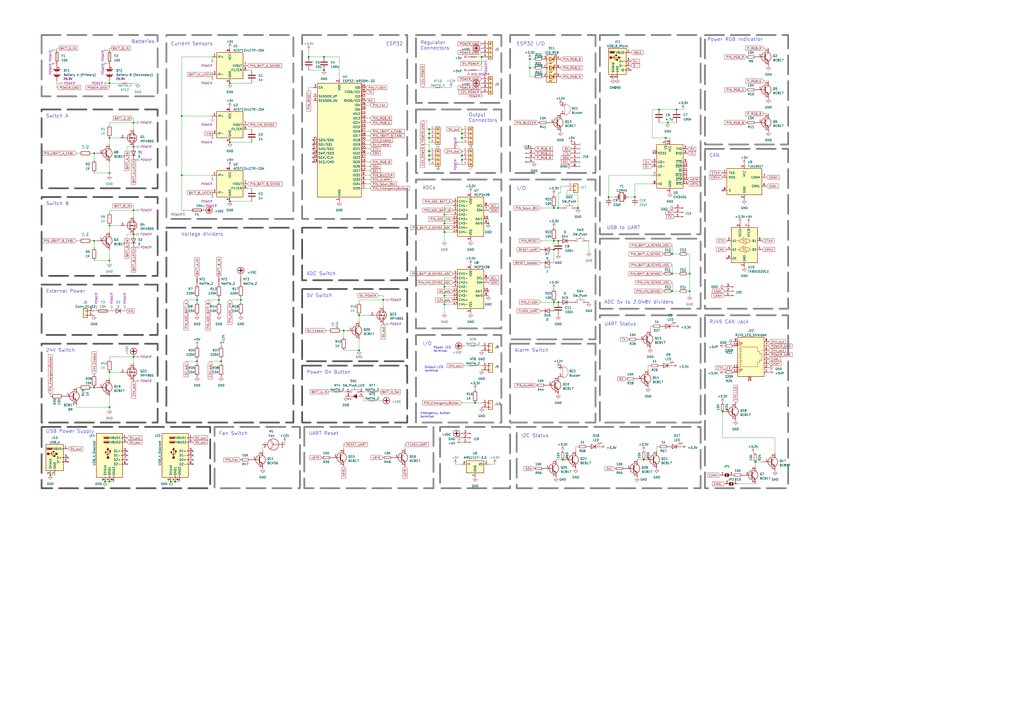
<source format=kicad_sch>
(kicad_sch (version 20230121) (generator eeschema)
  (paper "A2")
  (title_block (title "Armatron Power") (date "2023-03-13") (rev "A"))
  (junction (at 133.35 82.55))
  (junction (at 335.28 120.65))
  (junction (at 77.47 85.09))
  (junction (at 248.92 80.01))
  (junction (at 392.43 63.5))
  (junction (at 63.5 48.26))
  (junction (at 60.96 279.4))
  (junction (at 438.15 267.97))
  (junction (at 63.5 279.4))
  (junction (at 419.1 238.76))
  (junction (at 99.06 279.4))
  (junction (at 127 173.99))
  (junction (at 54.61 224.79))
  (junction (at 321.31 139.7))
  (junction (at 323.85 139.7))
  (junction (at 77.47 135.89))
  (junction (at 187.96 33.02))
  (junction (at 257.81 166.37))
  (junction (at 114.3 209.55))
  (junction (at 267.97 80.01))
  (junction (at 208.28 182.88))
  (junction (at 63.5 215.9))
  (junction (at 77.47 71.12))
  (junction (at 257.81 134.62))
  (junction (at 101.6 279.4))
  (junction (at 323.85 120.65))
  (junction (at 54.61 88.9))
  (junction (at 199.39 191.77))
  (junction (at 368.3 114.3))
  (junction (at 321.31 175.26))
  (junction (at 77.47 207.01))
  (junction (at 248.92 87.63))
  (junction (at 63.5 236.22))
  (junction (at 389.89 168.91))
  (junction (at 373.38 266.7))
  (junction (at 275.59 233.68))
  (junction (at 257.81 176.53))
  (junction (at 267.97 90.17))
  (junction (at 279.4 33.02))
  (junction (at 29.21 275.59))
  (junction (at 139.7 173.99))
  (junction (at 267.97 92.71))
  (junction (at 222.25 173.99))
  (junction (at 326.39 266.7))
  (junction (at 321.31 120.65))
  (junction (at 353.06 114.3))
  (junction (at 389.89 147.32))
  (junction (at 257.81 171.45))
  (junction (at 208.28 203.2))
  (junction (at 257.81 129.54))
  (junction (at 63.5 100.33))
  (junction (at 187.96 40.64))
  (junction (at 323.85 175.26))
  (junction (at 386.08 80.01))
  (junction (at 63.5 151.13))
  (junction (at 321.31 144.78))
  (junction (at 114.3 173.99))
  (junction (at 307.34 34.29))
  (junction (at 54.61 139.7))
  (junction (at 128.27 209.55))
  (junction (at 77.47 121.92))
  (junction (at 179.07 33.02))
  (junction (at 267.97 77.47))
  (junction (at 63.5 80.01))
  (junction (at 387.35 71.12))
  (junction (at 283.21 129.54))
  (junction (at 400.05 158.75))
  (junction (at 248.92 92.71))
  (junction (at 133.35 116.84))
  (junction (at 389.89 158.75))
  (junction (at 248.92 77.47))
  (junction (at 248.92 90.17))
  (junction (at 400.05 168.91))
  (junction (at 382.27 63.5))
  (junction (at 257.81 124.46))
  (junction (at 248.92 74.93))
  (junction (at 63.5 130.81))
  (junction (at 105.41 101.6))
  (junction (at 105.41 67.31))
  (junction (at 307.34 39.37))
  (junction (at 133.35 48.26))
  (no_connect (at 73.66 264.16))
  (no_connect (at 365.76 40.64))
  (no_connect (at 111.76 269.24))
  (no_connect (at 181.61 86.36))
  (no_connect (at 111.76 261.62))
  (no_connect (at 73.66 261.62))
  (no_connect (at 419.1 110.49))
  (no_connect (at 111.76 264.16))
  (no_connect (at 181.61 83.82))
  (no_connect (at 111.76 266.7))
  (no_connect (at 39.37 267.97))
  (no_connect (at 181.61 93.98))
  (no_connect (at 39.37 265.43))
  (no_connect (at 181.61 88.9))
  (no_connect (at 73.66 269.24))
  (no_connect (at 283.21 168.91))
  (no_connect (at 181.61 91.44))
  (no_connect (at 181.61 81.28))
  (no_connect (at 421.64 149.86))
  (no_connect (at 73.66 266.7))
  (wire (pts (xy 179.07 52.07) (xy 179.07 50.8)))
  (wire (pts (xy 214.63 71.12) (xy 212.09 71.12)))
  (wire (pts (xy 307.34 39.37) (xy 307.34 44.45)))
  (wire (pts (xy 267.97 74.93) (xy 267.97 77.47)))
  (wire (pts (xy 257.81 161.29) (xy 257.81 166.37)))
  (wire (pts (xy 45.72 139.7) (xy 44.45 139.7)))
  (wire (pts (xy 179.07 33.02) (xy 187.96 33.02)))
  (wire (pts (xy 55.88 180.34) (xy 54.61 180.34)))
  (wire (pts (xy 400.05 147.32) (xy 400.05 158.75)))
  (wire (pts (xy 63.5 236.22) (xy 63.5 237.49)))
  (wire (pts (xy 199.39 257.81) (xy 199.39 260.35)))
  (wire (pts (xy 128.27 210.82) (xy 128.27 209.55)))
  (wire (pts (xy 313.69 139.7) (xy 321.31 139.7)))
  (wire (pts (xy 438.15 262.89) (xy 436.88 262.89)))
  (wire (pts (xy 248.92 90.17) (xy 248.92 92.71)))
  (wire (pts (xy 63.5 130.81) (xy 63.5 134.62)))
  (wire (pts (xy 323.85 120.65) (xy 323.85 111.76)))
  (wire (pts (xy 248.92 87.63) (xy 248.92 90.17)))
  (wire (pts (xy 322.58 266.7) (xy 326.39 266.7)))
  (wire (pts (xy 213.36 232.41) (xy 210.82 232.41)))
  (wire (pts (xy 389.89 147.32) (xy 393.7 147.32)))
  (wire (pts (xy 107.95 173.99) (xy 114.3 173.99)))
  (wire (pts (xy 267.97 90.17) (xy 267.97 92.71)))
  (wire (pts (xy 245.11 83.82) (xy 248.92 83.82)))
  (wire (pts (xy 114.3 210.82) (xy 114.3 209.55)))
  (wire (pts (xy 73.66 180.34) (xy 72.39 180.34)))
  (wire (pts (xy 334.01 261.62) (xy 334.01 259.08)))
  (wire (pts (xy 139.7 175.26) (xy 139.7 173.99)))
  (wire (pts (xy 64.77 180.34) (xy 63.5 180.34)))
  (wire (pts (xy 69.85 48.26) (xy 63.5 48.26)))
  (wire (pts (xy 387.35 71.12) (xy 392.43 71.12)))
  (wire (pts (xy 271.78 212.09) (xy 269.24 212.09)))
  (wire (pts (xy 53.34 224.79) (xy 54.61 224.79)))
  (wire (pts (xy 400.05 158.75) (xy 398.78 158.75)))
  (wire (pts (xy 214.63 101.6) (xy 212.09 101.6)))
  (wire (pts (xy 133.35 82.55) (xy 146.05 82.55)))
  (wire (pts (xy 388.62 80.01) (xy 388.62 81.28)))
  (wire (pts (xy 375.92 214.63) (xy 375.92 212.09)))
  (wire (pts (xy 127 172.72) (xy 127 173.99)))
  (wire (pts (xy 121.92 209.55) (xy 128.27 209.55)))
  (wire (pts (xy 377.19 189.23) (xy 378.46 189.23)))
  (wire (pts (xy 396.24 63.5) (xy 392.43 63.5)))
  (wire (pts (xy 143.51 109.22) (xy 146.05 109.22)))
  (wire (pts (xy 382.27 71.12) (xy 387.35 71.12)))
  (wire (pts (xy 198.12 227.33) (xy 200.66 227.33)))
  (wire (pts (xy 222.25 173.99) (xy 222.25 177.8)))
  (wire (pts (xy 389.89 168.91) (xy 393.7 168.91)))
  (wire (pts (xy 63.5 71.12) (xy 77.47 71.12)))
  (wire (pts (xy 353.06 114.3) (xy 356.87 114.3)))
  (wire (pts (xy 323.85 111.76) (xy 325.12 111.76)))
  (wire (pts (xy 214.63 76.2) (xy 212.09 76.2)))
  (wire (pts (xy 54.61 139.7) (xy 55.88 139.7)))
  (wire (pts (xy 63.5 279.4) (xy 66.04 279.4)))
  (wire (pts (xy 283.21 127) (xy 283.21 129.54)))
  (wire (pts (xy 77.47 71.12) (xy 77.47 74.93)))
  (wire (pts (xy 443.23 66.04) (xy 445.77 66.04)))
  (wire (pts (xy 179.07 29.21) (xy 179.07 33.02)))
  (wire (pts (xy 257.81 129.54) (xy 257.81 134.62)))
  (wire (pts (xy 323.85 139.7) (xy 321.31 139.7)))
  (wire (pts (xy 220.98 227.33) (xy 218.44 227.33)))
  (wire (pts (xy 208.28 196.85) (xy 208.28 203.2)))
  (wire (pts (xy 341.63 139.7) (xy 341.63 146.05)))
  (wire (pts (xy 53.34 139.7) (xy 54.61 139.7)))
  (wire (pts (xy 64.77 27.94) (xy 63.5 27.94)))
  (wire (pts (xy 63.5 80.01) (xy 69.85 80.01)))
  (wire (pts (xy 257.81 134.62) (xy 257.81 139.7)))
  (wire (pts (xy 398.78 147.32) (xy 400.05 147.32)))
  (wire (pts (xy 54.61 100.33) (xy 63.5 100.33)))
  (wire (pts (xy 63.5 123.19) (xy 63.5 121.92)))
  (wire (pts (xy 248.92 92.71) (xy 248.92 95.25)))
  (wire (pts (xy 368.3 114.3) (xy 368.3 106.68)))
  (wire (pts (xy 99.06 279.4) (xy 101.6 279.4)))
  (wire (pts (xy 248.92 74.93) (xy 248.92 77.47)))
  (wire (pts (xy 105.41 67.31) (xy 105.41 101.6)))
  (wire (pts (xy 389.89 142.24) (xy 389.89 147.32)))
  (wire (pts (xy 133.35 48.26) (xy 146.05 48.26)))
  (wire (pts (xy 267.97 92.71) (xy 267.97 95.25)))
  (wire (pts (xy 378.46 101.6) (xy 353.06 101.6)))
  (wire (pts (xy 261.62 50.8) (xy 256.54 50.8)))
  (wire (pts (xy 199.39 191.77) (xy 199.39 195.58)))
  (wire (pts (xy 325.12 111.76) (xy 325.12 107.95)))
  (wire (pts (xy 214.63 60.96) (xy 212.09 60.96)))
  (wire (pts (xy 262.89 119.38) (xy 257.81 119.38)))
  (wire (pts (xy 307.34 34.29) (xy 309.88 34.29)))
  (wire (pts (xy 196.85 33.02) (xy 196.85 45.72)))
  (wire (pts (xy 114.3 175.26) (xy 114.3 173.99)))
  (wire (pts (xy 63.5 80.01) (xy 63.5 83.82)))
  (wire (pts (xy 127 173.99) (xy 127 175.26)))
  (wire (pts (xy 271.78 200.66) (xy 269.24 200.66)))
  (wire (pts (xy 321.31 144.78) (xy 321.31 152.4)))
  (wire (pts (xy 307.34 44.45) (xy 309.88 44.45)))
  (wire (pts (xy 248.92 83.82) (xy 248.92 87.63)))
  (wire (pts (xy 54.61 224.79) (xy 55.88 224.79)))
  (wire (pts (xy 276.86 212.09) (xy 279.4 212.09)))
  (wire (pts (xy 328.93 113.03) (xy 335.28 113.03)))
  (wire (pts (xy 443.23 46.99) (xy 445.77 46.99)))
  (wire (pts (xy 276.86 40.64) (xy 279.4 40.64)))
  (wire (pts (xy 63.5 27.94) (xy 63.5 29.21)))
  (wire (pts (xy 353.06 101.6) (xy 353.06 114.3)))
  (wire (pts (xy 208.28 173.99) (xy 222.25 173.99)))
  (wire (pts (xy 73.66 135.89) (xy 77.47 135.89)))
  (wire (pts (xy 276.86 200.66) (xy 279.4 200.66)))
  (wire (pts (xy 143.51 74.93) (xy 146.05 74.93)))
  (wire (pts (xy 368.3 114.3) (xy 364.49 114.3)))
  (wire (pts (xy 213.36 227.33) (xy 210.82 227.33)))
  (wire (pts (xy 323.85 175.26) (xy 321.31 175.26)))
  (wire (pts (xy 152.4 257.81) (xy 152.4 261.62)))
  (wire (pts (xy 114.3 209.55) (xy 114.3 208.28)))
  (wire (pts (xy 419.1 238.76) (xy 419.1 254)))
  (wire (pts (xy 257.81 129.54) (xy 262.89 129.54)))
  (wire (pts (xy 257.81 119.38) (xy 257.81 124.46)))
  (wire (pts (xy 218.44 232.41) (xy 220.98 232.41)))
  (wire (pts (xy 63.5 46.99) (xy 63.5 48.26)))
  (wire (pts (xy 133.35 173.99) (xy 139.7 173.99)))
  (wire (pts (xy 133.35 116.84) (xy 146.05 116.84)))
  (wire (pts (xy 257.81 176.53) (xy 262.89 176.53)))
  (wire (pts (xy 449.58 254) (xy 449.58 262.89)))
  (wire (pts (xy 234.95 257.81) (xy 234.95 260.35)))
  (wire (pts (xy 208.28 182.88) (xy 214.63 182.88)))
  (wire (pts (xy 257.81 166.37) (xy 262.89 166.37)))
  (wire (pts (xy 386.08 80.01) (xy 378.46 80.01)))
  (wire (pts (xy 63.5 151.13) (xy 63.5 152.4)))
  (wire (pts (xy 267.97 233.68) (xy 275.59 233.68)))
  (wire (pts (xy 63.5 48.26) (xy 63.5 50.8)))
  (wire (pts (xy 247.65 69.85) (xy 247.65 74.93)))
  (wire (pts (xy 208.28 175.26) (xy 208.28 173.99)))
  (wire (pts (xy 107.95 209.55) (xy 114.3 209.55)))
  (wire (pts (xy 257.81 171.45) (xy 257.81 176.53)))
  (wire (pts (xy 389.89 153.67) (xy 389.89 158.75)))
  (wire (pts (xy 76.2 68.58) (xy 77.47 68.58)))
  (wire (pts (xy 29.21 275.59) (xy 31.75 275.59)))
  (wire (pts (xy 381 259.08) (xy 382.27 259.08)))
  (wire (pts (xy 193.04 227.33) (xy 190.5 227.33)))
  (wire (pts (xy 438.15 267.97) (xy 441.96 267.97)))
  (wire (pts (xy 105.41 67.31) (xy 123.19 67.31)))
  (wire (pts (xy 165.1 257.81) (xy 165.1 256.54)))
  (wire (pts (xy 198.12 191.77) (xy 199.39 191.77)))
  (wire (pts (xy 179.07 40.64) (xy 187.96 40.64)))
  (wire (pts (xy 321.31 120.65) (xy 323.85 120.65)))
  (wire (pts (xy 389.89 163.83) (xy 389.89 168.91)))
  (wire (pts (xy 248.92 80.01) (xy 248.92 82.55)))
  (wire (pts (xy 378.46 63.5) (xy 378.46 80.01)))
  (wire (pts (xy 400.05 168.91) (xy 398.78 168.91)))
  (wire (pts (xy 257.81 171.45) (xy 262.89 171.45)))
  (wire (pts (xy 427.99 280.67) (xy 438.15 280.67)))
  (wire (pts (xy 214.63 109.22) (xy 212.09 109.22)))
  (wire (pts (xy 377.19 191.77) (xy 377.19 189.23)))
  (wire (pts (xy 73.66 138.43) (xy 73.66 135.89)))
  (wire (pts (xy 73.66 87.63) (xy 73.66 85.09)))
  (wire (pts (xy 245.11 69.85) (xy 247.65 69.85)))
  (wire (pts (xy 279.4 33.02) (xy 279.4 40.64)))
  (wire (pts (xy 328.93 110.49) (xy 328.93 113.03)))
  (wire (pts (xy 105.41 33.02) (xy 105.41 67.31)))
  (wire (pts (xy 63.5 215.9) (xy 63.5 219.71)))
  (wire (pts (xy 334.01 259.08) (xy 335.28 259.08)))
  (wire (pts (xy 77.47 68.58) (xy 77.47 71.12)))
  (wire (pts (xy 105.41 33.02) (xy 123.19 33.02)))
  (wire (pts (xy 222.25 171.45) (xy 219.71 171.45)))
  (wire (pts (xy 257.81 124.46) (xy 262.89 124.46)))
  (wire (pts (xy 120.65 173.99) (xy 127 173.99)))
  (wire (pts (xy 248.92 77.47) (xy 248.92 80.01)))
  (wire (pts (xy 63.5 229.87) (xy 63.5 236.22)))
  (wire (pts (xy 63.5 121.92) (xy 77.47 121.92)))
  (wire (pts (xy 214.63 93.98) (xy 212.09 93.98)))
  (wire (pts (xy 267.97 87.63) (xy 267.97 90.17)))
  (wire (pts (xy 60.96 279.4) (xy 63.5 279.4)))
  (wire (pts (xy 63.5 144.78) (xy 63.5 151.13)))
  (wire (pts (xy 105.41 101.6) (xy 105.41 121.92)))
  (wire (pts (xy 386.08 80.01) (xy 386.08 81.28)))
  (wire (pts (xy 307.34 34.29) (xy 307.34 39.37)))
  (wire (pts (xy 323.85 120.65) (xy 325.12 120.65)))
  (wire (pts (xy 214.63 106.68) (xy 212.09 106.68)))
  (wire (pts (xy 63.5 130.81) (xy 69.85 130.81)))
  (wire (pts (xy 34.29 27.94) (xy 33.02 27.94)))
  (wire (pts (xy 76.2 119.38) (xy 77.47 119.38)))
  (wire (pts (xy 190.5 191.77) (xy 189.23 191.77)))
  (wire (pts (xy 80.01 48.26) (xy 74.93 48.26)))
  (wire (pts (xy 114.3 173.99) (xy 114.3 172.72)))
  (wire (pts (xy 33.02 50.8) (xy 33.02 46.99)))
  (wire (pts (xy 63.5 215.9) (xy 69.85 215.9)))
  (wire (pts (xy 44.45 224.79) (xy 45.72 224.79)))
  (wire (pts (xy 222.25 173.99) (xy 222.25 171.45)))
  (wire (pts (xy 63.5 93.98) (xy 63.5 100.33)))
  (wire (pts (xy 179.07 50.8) (xy 181.61 50.8)))
  (wire (pts (xy 101.6 279.4) (xy 104.14 279.4)))
  (wire (pts (xy 382.27 63.5) (xy 392.43 63.5)))
  (wire (pts (xy 400.05 158.75) (xy 400.05 168.91)))
  (wire (pts (xy 187.96 33.02) (xy 196.85 33.02)))
  (wire (pts (xy 247.65 74.93) (xy 248.92 74.93)))
  (wire (pts (xy 77.47 207.01) (xy 77.47 210.82)))
  (wire (pts (xy 321.31 139.7) (xy 321.31 144.78)))
  (wire (pts (xy 212.09 83.82) (xy 214.63 83.82)))
  (wire (pts (xy 335.28 113.03) (xy 335.28 120.65)))
  (wire (pts (xy 199.39 191.77) (xy 200.66 191.77)))
  (wire (pts (xy 212.09 78.74) (xy 214.63 78.74)))
  (wire (pts (xy 44.45 236.22) (xy 63.5 236.22)))
  (wire (pts (xy 214.63 86.36) (xy 212.09 86.36)))
  (wire (pts (xy 325.12 107.95) (xy 328.93 107.95)))
  (wire (pts (xy 63.5 100.33) (xy 63.5 101.6)))
  (wire (pts (xy 368.3 106.68) (xy 378.46 106.68)))
  (wire (pts (xy 262.89 161.29) (xy 257.81 161.29)))
  (wire (pts (xy 44.45 234.95) (xy 44.45 236.22)))
  (wire (pts (xy 257.81 134.62) (xy 262.89 134.62)))
  (wire (pts (xy 63.5 207.01) (xy 77.47 207.01)))
  (wire (pts (xy 54.61 139.7) (xy 54.61 143.51)))
  (wire (pts (xy 214.63 68.58) (xy 212.09 68.58)))
  (wire (pts (xy 257.81 124.46) (xy 257.81 129.54)))
  (wire (pts (xy 267.97 77.47) (xy 267.97 80.01)))
  (wire (pts (xy 139.7 173.99) (xy 139.7 172.72)))
  (wire (pts (xy 33.02 27.94) (xy 33.02 29.21)))
  (wire (pts (xy 128.27 209.55) (xy 128.27 208.28)))
  (wire (pts (xy 400.05 168.91) (xy 400.05 171.45)))
  (wire (pts (xy 210.82 232.41) (xy 210.82 229.87)))
  (wire (pts (xy 73.66 85.09) (xy 77.47 85.09)))
  (wire (pts (xy 375.92 212.09) (xy 377.19 212.09)))
  (wire (pts (xy 214.63 88.9) (xy 212.09 88.9)))
  (wire (pts (xy 29.21 228.6) (xy 29.21 229.87)))
  (wire (pts (xy 54.61 88.9) (xy 54.61 92.71)))
  (wire (pts (xy 77.47 121.92) (xy 77.47 125.73)))
  (wire (pts (xy 143.51 40.64) (xy 146.05 40.64)))
  (wire (pts (xy 257.81 176.53) (xy 257.81 181.61)))
  (wire (pts (xy 267.97 80.01) (xy 267.97 82.55)))
  (wire (pts (xy 419.1 254) (xy 449.58 254)))
  (wire (pts (xy 105.41 121.92) (xy 110.49 121.92)))
  (wire (pts (xy 214.63 99.06) (xy 212.09 99.06)))
  (wire (pts (xy 45.72 88.9) (xy 44.45 88.9)))
  (wire (pts (xy 105.41 101.6) (xy 123.19 101.6)))
  (wire (pts (xy 63.5 72.39) (xy 63.5 71.12)))
  (wire (pts (xy 287.02 269.24) (xy 283.21 269.24)))
  (wire (pts (xy 369.57 266.7) (xy 373.38 266.7)))
  (wire (pts (xy 276.86 33.02) (xy 279.4 33.02)))
  (wire (pts (xy 214.63 81.28) (xy 212.09 81.28)))
  (wire (pts (xy 77.47 119.38) (xy 77.47 121.92)))
  (wire (pts (xy 382.27 63.5) (xy 378.46 63.5)))
  (wire (pts (xy 54.61 151.13) (xy 63.5 151.13)))
  (wire (pts (xy 438.15 270.51) (xy 438.15 267.97)))
  (wire (pts (xy 208.28 182.88) (xy 208.28 186.69)))
  (wire (pts (xy 275.59 233.68) (xy 279.4 233.68)))
  (wire (pts (xy 53.34 88.9) (xy 54.61 88.9)))
  (wire (pts (xy 381 261.62) (xy 381 259.08)))
  (wire (pts (xy 199.39 203.2) (xy 208.28 203.2)))
  (wire (pts (xy 214.63 104.14) (xy 212.09 104.14)))
  (wire (pts (xy 313.69 175.26) (xy 321.31 175.26)))
  (wire (pts (xy 214.63 96.52) (xy 212.09 96.52)))
  (wire (pts (xy 321.31 175.26) (xy 321.31 180.34)))
  (wire (pts (xy 63.5 208.28) (xy 63.5 207.01)))
  (wire (pts (xy 443.23 27.94) (xy 445.77 27.94)))
  (wire (pts (xy 54.61 88.9) (xy 55.88 88.9)))
  (wire (pts (xy 313.69 120.65) (xy 321.31 120.65)))
  (wire (pts (xy 386.08 80.01) (xy 388.62 80.01)))
  (wire (pts (xy 389.89 158.75) (xy 393.7 158.75)))
  (wire (pts (xy 307.34 39.37) (xy 309.88 39.37)))
  (wire (pts (xy 264.16 269.24) (xy 267.97 269.24)))
  (wire (pts (xy 245.11 50.8) (xy 251.46 50.8)))
  (wire (pts (xy 257.81 166.37) (xy 257.81 171.45)))
  (rectangle (start 24.13 114.3) (end 91.44 160.02) (stroke (width 1) (type dash) (color 83 83 83 1)))
  (rectangle (start 408.94 20.32) (end 457.2 83.82) (stroke (width 1) (type dash) (color 128 128 128 1)))
  (rectangle (start 295.91 104.14) (end 345.44 196.85) (stroke (width 1) (type dash) (color 128 128 128 1)))
  (rectangle (start 24.13 63.5) (end 91.44 109.22) (stroke (width 1) (type dash) (color 83 83 83 1)))
  (rectangle (start 241.3 104.14) (end 290.83 190.5) (stroke (width 1) (type dash) (color 128 128 128 1)))
  (rectangle (start 241.3 20.32) (end 290.83 59.69) (stroke (width 1) (type dash) (color 128 128 128 1)))
  (rectangle (start 24.13 247.65) (end 121.92 283.21) (stroke (width 1) (type dash) (color 83 83 83 1)))
  (rectangle (start 24.13 165.1) (end 91.44 194.31) (stroke (width 1) (type dash) (color 83 83 83 1)))
  (rectangle (start 295.91 199.39) (end 345.44 245.11) (stroke (width 1) (type dash) (color 128 128 128 1)))
  (rectangle (start 241.3 63.5) (end 290.83 100.33) (stroke (width 1) (type dash) (color 128 128 128 1)))
  (rectangle (start 295.91 20.32) (end 345.44 100.33) (stroke (width 1) (type dash) (color 128 128 128 1)))
  (rectangle (start 347.98 182.88) (end 406.4 245.11) (stroke (width 1) (type dash) (color 128 128 128 1)))
  (rectangle (start 24.13 199.39) (end 91.44 245.11) (stroke (width 1) (type dash) (color 83 83 83 1)))
  (rectangle (start 176.53 247.65) (end 251.46 283.21) (stroke (width 1) (type dash) (color 128 128 128 1)))
  (rectangle (start 124.46 247.65) (end 173.99 283.21) (stroke (width 1) (type dash) (color 128 128 128 1)))
  (rectangle (start 299.72 247.65) (end 406.4 283.21) (stroke (width 1) (type dash) (color 128 128 128 1)))
  (rectangle (start 408.94 182.88) (end 457.2 283.21) (stroke (width 1) (type dash) (color 128 128 128 1)))
  (rectangle (start 175.26 20.32) (end 236.22 127) (stroke (width 1) (type dash) (color 128 128 128 1)))
  (rectangle (start 175.26 167.64) (end 236.22 209.55) (stroke (width 1) (type dash) (color 83 83 83 1)))
  (rectangle (start 175.26 132.08) (end 236.22 162.56) (stroke (width 1) (type dash) (color 83 83 83 1)))
  (rectangle (start 347.98 138.43) (end 406.4 179.07) (stroke (width 1) (type dash) (color 128 128 128 1)))
  (rectangle (start 175.26 212.09) (end 236.22 245.11) (stroke (width 1) (type dash) (color 83 83 83 1)))
  (rectangle (start 24.13 20.32) (end 91.44 55.88) (stroke (width 1) (type dash) (color 128 128 128 1)))
  (rectangle (start 408.94 86.36) (end 457.2 179.07) (stroke (width 1) (type dash) (color 128 128 128 1)))
  (rectangle (start 241.3 194.31) (end 290.83 245.11) (stroke (width 1) (type dash) (color 128 128 128 1)))
  (rectangle (start 255.27 247.65) (end 295.91 283.21) (stroke (width 1) (type dash) (color 128 128 128 1)))
  (rectangle (start 96.52 20.32) (end 170.18 127) (stroke (width 1) (type dash) (color 128 128 128 1)))
  (rectangle (start 347.98 20.32) (end 406.4 135.89) (stroke (width 1) (type dash) (color 128 128 128 1)))
  (rectangle (start 96.52 132.08) (end 170.18 245.11) (stroke (width 1) (type dash) (color 83 83 83 1)))
  (text "ADC Switch" (at 177.8 160.02 0) (effects (font (size 2 2)) (justify left bottom)))
  (text "I/O" (at 299.72 110.49 0) (effects (font (size 2 2)) (justify left bottom)))
  (text "Fan Switch" (at 127 252.73 0) (effects (font (size 2 2)) (justify left bottom)))
  (text "External Power\n" (at 26.67 170.18 0) (effects (font (size 2 2)) (justify left bottom)))
  (text "24V Switch" (at 26.67 204.47 0) (effects (font (size 2 2)) (justify left bottom)))
  (text "ESP32" (at 233.68 26.67 0) (effects (font (size 2 2)) (justify right bottom)))
  (text "USB to UART" (at 351.79 133.35 0) (effects (font (size 2 2)) (justify left bottom)))
  (text "Emergency button\nterminal" (at 243.84 242.57 0) (effects (font (size 1.27 1.27)) (justify left bottom)))
  (text "RJ45 CAN Jack" (at 411.48 187.96 0) (effects (font (size 2 2)) (justify left bottom)))
  (text "ADC 5v to 2.048V dividers" (at 350.52 176.53 0) (effects (font (size 2 2)) (justify left bottom)))
  (text "I2C Status" (at 302.26 254 0) (effects (font (size 2 2)) (justify left bottom)))
  (text "ESP32 I/O" (at 299.72 26.67 0) (effects (font (size 2 2)) (justify left bottom)))
  (text "Regulator \nConnectors" (at 243.84 29.21 0) (effects (font (size 2 2)) (justify left bottom)))
  (text "Output LED\nterminal" (at 246.38 215.9 0) (effects (font (size 1.27 1.27)) (justify left bottom)))
  (text "Switch B" (at 26.67 119.38 0) (effects (font (size 2 2)) (justify left bottom)))
  (text "CAN" (at 411.48 91.44 0) (effects (font (size 2 2)) (justify left bottom)))
  (text "Power RGB Indicatior" (at 410.21 24.13 0) (effects (font (size 2 2)) (justify left bottom)))
  (text "USB Power Supply" (at 26.67 251.46 0) (effects (font (size 2 2)) (justify left bottom)))
  (text "Power On Button" (at 177.8 217.17 0) (effects (font (size 2 2)) (justify left bottom)))
  (text "Voltage dividers" (at 129.54 137.16 0) (effects (font (size 2 2)) (justify right bottom)))
  (text "5V Switch" (at 177.8 172.72 0) (effects (font (size 2 2)) (justify left bottom)))
  (text "UART Status" (at 350.52 189.23 0) (effects (font (size 2 2)) (justify left bottom)))
  (text "Alarm Switch" (at 298.45 204.47 0) (effects (font (size 2 2)) (justify left bottom)))
  (text "Power LED\nterminal" (at 251.46 204.47 0) (effects (font (size 1.27 1.27)) (justify left bottom)))
  (text "Output \nConnectors" (at 271.78 71.12 0) (effects (font (size 2 2)) (justify left bottom)))
  (text "I/O" (at 245.11 200.66 0) (effects (font (size 2 2)) (justify left bottom)))
  (text "Current Sensors" (at 99.06 26.67 0) (effects (font (size 2 2)) (justify left bottom)))
  (text "Batteries" (at 76.2 25.4 0) (effects (font (size 2 2)) (justify left bottom)))
  (text "Switch A" (at 26.67 68.58 0) (effects (font (size 2 2)) (justify left bottom)))
  (text "UART Reset" (at 179.07 252.73 0) (effects (font (size 2 2)) (justify left bottom)))
  (label "ADCs" (at 245.11 110.49 0) (effects (font (size 2 2))))
  (global_label "nDTR" (shape input) (at 186.69 265.43 180) (property "Intersheetrefs" "${INTERSHEET_REFS}" (effects hide)))
  (global_label "5V_out" (shape input) (at 39.37 260.35 0) (property "Intersheetrefs" "${INTERSHEET_REFS}" (effects hide)))
  (global_label "VIN" (shape passive) (at 73.66 180.34 0) (property "Intersheetrefs" "${INTERSHEET_REFS}" (effects hide)))
  (global_label "VIN" (shape passive) (at 123.19 77.47 180) (property "Intersheetrefs" "${INTERSHEET_REFS}" (effects hide)))
  (global_label "CANH" (shape input) (at 420.37 171.45 180) (property "Intersheetrefs" "${INTERSHEET_REFS}" (effects hide)))
  (global_label "CRX" (shape input) (at 214.63 88.9 0) (property "Intersheetrefs" "${INTERSHEET_REFS}" (effects hide)))
  (global_label "PIN_BUZZER" (shape input) (at 214.63 101.6 0) (property "Intersheetrefs" "${INTERSHEET_REFS}" (effects hide)))
  (global_label "PIN_RGB_B" (shape input) (at 214.63 93.98 0) (property "Intersheetrefs" "${INTERSHEET_REFS}" (effects hide)))
  (global_label "CRXH" (shape input) (at 441.96 144.78 0) (property "Intersheetrefs" "${INTERSHEET_REFS}" (effects hide)))
  (global_label "POWER_GND" (shape input) (at 33.02 50.8 0) (property "Intersheetrefs" "${INTERSHEET_REFS}" (effects hide)))
  (global_label "PIN_ALARM" (shape input) (at 214.63 104.14 0) (property "Intersheetrefs" "${INTERSHEET_REFS}" (effects hide)))
  (global_label "12V_POWER" (shape input) (at 245.11 83.82 270) (property "Intersheetrefs" "${INTERSHEET_REFS}" (effects hide)))
  (global_label "5V_adc" (shape input) (at 107.95 209.55 270) (property "Intersheetrefs" "${INTERSHEET_REFS}" (effects hide)))
  (global_label "nRTS" (shape input) (at 222.25 265.43 180) (property "Intersheetrefs" "${INTERSHEET_REFS}" (effects hide)))
  (global_label "CRX" (shape input) (at 421.64 144.78 180) (property "Intersheetrefs" "${INTERSHEET_REFS}" (effects hide)))
  (global_label "ETH_LED" (shape input) (at 425.45 213.36 180) (property "Intersheetrefs" "${INTERSHEET_REFS}" (effects hide)))
  (global_label "CANL" (shape input) (at 420.37 280.67 180) (property "Intersheetrefs" "${INTERSHEET_REFS}" (effects hide)))
  (global_label "PIN_RGB_B" (shape input) (at 433.07 71.12 180) (property "Intersheetrefs" "${INTERSHEET_REFS}" (effects hide)))
  (global_label "12V_adc" (shape input) (at 121.92 209.55 270) (property "Intersheetrefs" "${INTERSHEET_REFS}" (effects hide)))
  (global_label "5V_out" (shape input) (at 267.97 74.93 180) (property "Intersheetrefs" "${INTERSHEET_REFS}" (effects hide)))
  (global_label "SCL" (shape input) (at 283.21 161.29 0) (property "Intersheetrefs" "${INTERSHEET_REFS}" (effects hide)))
  (global_label "P_RGB_B" (shape input) (at 309.88 91.44 0) (property "Intersheetrefs" "${INTERSHEET_REFS}" (effects hide)))
  (global_label "nRTS" (shape input) (at 199.39 270.51 270) (property "Intersheetrefs" "${INTERSHEET_REFS}" (effects hide)))
  (global_label "P_RGB_G" (shape input) (at 443.23 46.99 180) (property "Intersheetrefs" "${INTERSHEET_REFS}" (effects hide)))
  (global_label "PIN_VBATT_A_ENBL" (shape input) (at 214.63 76.2 0) (property "Intersheetrefs" "${INTERSHEET_REFS}" (effects hide)))
  (global_label "CANH" (shape input) (at 417.83 275.59 180) (property "Intersheetrefs" "${INTERSHEET_REFS}" (effects hide)))
  (global_label "5V_out" (shape input) (at 111.76 254 0) (property "Intersheetrefs" "${INTERSHEET_REFS}" (effects hide)))
  (global_label "CTX" (shape input) (at 421.64 139.7 180) (property "Intersheetrefs" "${INTERSHEET_REFS}" (effects hide)))
  (global_label "PIN_BATT_A_SENSE_ADC" (shape input) (at 389.89 142.24 180) (property "Intersheetrefs" "${INTERSHEET_REFS}" (effects hide)))
  (global_label "PIN_RESET" (shape input) (at 179.07 52.07 270) (property "Intersheetrefs" "${INTERSHEET_REFS}" (effects hide)))
  (global_label "PIN_ADC_BATT_B" (shape input) (at 262.89 121.92 180) (property "Intersheetrefs" "${INTERSHEET_REFS}" (effects hide)))
  (global_label "BATT_A_IN" (shape passive) (at 34.29 27.94 0) (property "Intersheetrefs" "${INTERSHEET_REFS}" (effects hide)))
  (global_label "BATT_B_LATCH" (shape passive) (at 77.47 143.51 270) (property "Intersheetrefs" "${INTERSHEET_REFS}" (effects hide)))
  (global_label "nRTS" (shape input) (at 398.78 106.68 0) (property "Intersheetrefs" "${INTERSHEET_REFS}" (effects hide)))
  (global_label "ETH_LED" (shape input) (at 426.72 233.68 90) (property "Intersheetrefs" "${INTERSHEET_REFS}" (effects hide)))
  (global_label "D+" (shape input) (at 365.76 35.56 0) (property "Intersheetrefs" "${INTERSHEET_REFS}" (effects hide)))
  (global_label "BATT_A_IN" (shape passive) (at 76.2 68.58 180) (property "Intersheetrefs" "${INTERSHEET_REFS}" (effects hide)))
  (global_label "24V_out" (shape input) (at 267.97 87.63 180) (property "Intersheetrefs" "${INTERSHEET_REFS}" (effects hide)))
  (global_label "PIN_Sdwn_Btn" (shape input) (at 313.69 120.65 180) (property "Intersheetrefs" "${INTERSHEET_REFS}" (effects hide)))
  (global_label "TX" (shape input) (at 398.78 88.9 0) (property "Intersheetrefs" "${INTERSHEET_REFS}" (effects hide)))
  (global_label "PIN_ADC_BATT_A" (shape input) (at 107.95 173.99 270) (property "Intersheetrefs" "${INTERSHEET_REFS}" (effects hide)))
  (global_label "PIN_FLASH" (shape input) (at 212.09 50.8 0) (property "Intersheetrefs" "${INTERSHEET_REFS}" (effects hide)))
  (global_label "CANH" (shape input) (at 445.77 210.82 0) (property "Intersheetrefs" "${INTERSHEET_REFS}" (effects hide)))
  (global_label "D-" (shape input) (at 378.46 96.52 180) (property "Intersheetrefs" "${INTERSHEET_REFS}" (effects hide)))
  (global_label "24V_out" (shape input) (at 269.24 212.09 180) (property "Intersheetrefs" "${INTERSHEET_REFS}" (effects hide)))
  (global_label "BATT_B_IN" (shape passive) (at 64.77 27.94 0) (property "Intersheetrefs" "${INTERSHEET_REFS}" (effects hide)))
  (global_label "PIN_VIN_SENSE_ADC" (shape input) (at 262.89 163.83 180) (property "Intersheetrefs" "${INTERSHEET_REFS}" (effects hide)))
  (global_label "RX" (shape input) (at 212.09 58.42 0) (property "Intersheetrefs" "${INTERSHEET_REFS}" (effects hide)))
  (global_label "FLASH_UART" (shape input) (at 234.95 257.81 0) (property "Intersheetrefs" "${INTERSHEET_REFS}" (effects hide)))
  (global_label "PIN_VBATT_B_ENBL" (shape input) (at 44.45 139.7 180) (property "Intersheetrefs" "${INTERSHEET_REFS}" (effects hide)))
  (global_label "CANL" (shape input) (at 444.5 107.95 0) (property "Intersheetrefs" "${INTERSHEET_REFS}" (effects hide)))
  (global_label "BATT_A_LATCH" (shape passive) (at 77.47 92.71 270) (property "Intersheetrefs" "${INTERSHEET_REFS}" (effects hide)))
  (global_label "BATT_A_LATCH" (shape passive) (at 123.19 43.18 180) (property "Intersheetrefs" "${INTERSHEET_REFS}" (effects hide)))
  (global_label "5V_out" (shape input) (at 73.66 254 0) (property "Intersheetrefs" "${INTERSHEET_REFS}" (effects hide)))
  (global_label "5V_adc" (shape input) (at 262.89 168.91 180) (property "Intersheetrefs" "${INTERSHEET_REFS}" (effects hide)))
  (global_label "PIN_RGB_R" (shape input) (at 325.12 44.45 0) (property "Intersheetrefs" "${INTERSHEET_REFS}" (effects hide)))
  (global_label "12V_adc" (shape input) (at 262.89 173.99 180) (property "Intersheetrefs" "${INTERSHEET_REFS}" (effects hide)))
  (global_label "24V_out" (shape input) (at 445.77 203.2 0) (property "Intersheetrefs" "${INTERSHEET_REFS}" (effects hide)))
  (global_label "PIN_VIN_SENSE" (shape input) (at 143.51 72.39 0) (property "Intersheetrefs" "${INTERSHEET_REFS}" (effects hide)))
  (global_label "24V_out" (shape input) (at 445.77 198.12 0) (property "Intersheetrefs" "${INTERSHEET_REFS}" (effects hide)))
  (global_label "FLASH_UART" (shape input) (at 313.69 180.34 180) (property "Intersheetrefs" "${INTERSHEET_REFS}" (effects hide)))
  (global_label "5V_Enable" (shape input) (at 189.23 191.77 180) (property "Intersheetrefs" "${INTERSHEET_REFS}" (effects hide)))
  (global_label "PIN_RGB_G" (shape input) (at 214.63 71.12 0) (property "Intersheetrefs" "${INTERSHEET_REFS}" (effects hide)))
  (global_label "BATT_B_IN" (shape passive) (at 76.2 119.38 180) (property "Intersheetrefs" "${INTERSHEET_REFS}" (effects hide)))
  (global_label "CANL" (shape input) (at 445.77 208.28 0) (property "Intersheetrefs" "${INTERSHEET_REFS}" (effects hide)))
  (global_label "SDA" (shape input) (at 214.63 96.52 0) (property "Intersheetrefs" "${INTERSHEET_REFS}" (effects hide)))
  (global_label "5V_POWER" (shape input) (at 279.4 36.83 180) (property "Intersheetrefs" "${INTERSHEET_REFS}" (effects hide)))
  (global_label "POWER_GND" (shape input) (at 279.4 45.72 180) (property "Intersheetrefs" "${INTERSHEET_REFS}" (effects hide)))
  (global_label "PIN_BUZZER" (shape input) (at 312.42 71.12 180) (property "Intersheetrefs" "${INTERSHEET_REFS}" (effects hide)))
  (global_label "PIN_RGB_G" (shape input) (at 433.07 52.07 180) (property "Intersheetrefs" "${INTERSHEET_REFS}" (effects hide)))
  (global_label "PIN_BATT_B_SENSE" (shape input) (at 143.51 106.68 0) (property "Intersheetrefs" "${INTERSHEET_REFS}" (effects hide)))
  (global_label "PIN_ADC_BATT_A" (shape input) (at 262.89 116.84 180) (property "Intersheetrefs" "${INTERSHEET_REFS}" (effects hide)))
  (global_label "PIN_ALARM" (shape input) (at 311.15 223.52 180) (property "Intersheetrefs" "${INTERSHEET_REFS}" (effects hide)))
  (global_label "RESET_Header" (shape input) (at 313.69 152.4 180) (property "Intersheetrefs" "${INTERSHEET_REFS}" (effects hide)))
  (global_label "5V_POWER" (shape input) (at 219.71 171.45 180) (property "Intersheetrefs" "${INTERSHEET_REFS}" (effects hide)))
  (global_label "PIN_EmergencyButton" (shape input) (at 267.97 233.68 180) (property "Intersheetrefs" "${INTERSHEET_REFS}" (effects hide)))
  (global_label "TX" (shape input) (at 331.47 88.9 180) (property "Intersheetrefs" "${INTERSHEET_REFS}" (effects hide)))
  (global_label "CTX" (shape input) (at 214.63 86.36 0) (property "Intersheetrefs" "${INTERSHEET_REFS}" (effects hide)))
  (global_label "PIN_VBATT_A_ENBL" (shape input) (at 44.45 88.9 180) (property "Intersheetrefs" "${INTERSHEET_REFS}" (effects hide)))
  (global_label "BATT_A_SW" (shape passive) (at 220.98 227.33 0) (property "Intersheetrefs" "${INTERSHEET_REFS}" (effects hide)))
  (global_label "PIN_ADC_VIN" (shape input) (at 133.35 173.99 270) (property "Intersheetrefs" "${INTERSHEET_REFS}" (effects hide)))
  (global_label "SCL" (shape input) (at 356.87 271.78 180) (property "Intersheetrefs" "${INTERSHEET_REFS}" (effects hide)))
  (global_label "D-" (shape input) (at 365.76 38.1 0) (property "Intersheetrefs" "${INTERSHEET_REFS}" (effects hide)))
  (global_label "RX" (shape input) (at 363.22 219.71 180) (property "Intersheetrefs" "${INTERSHEET_REFS}" (effects hide)))
  (global_label "BATT_A_IN" (shape passive) (at 190.5 227.33 180) (property "Intersheetrefs" "${INTERSHEET_REFS}" (effects hide)))
  (global_label "SDA" (shape input) (at 283.21 121.92 0) (property "Intersheetrefs" "${INTERSHEET_REFS}" (effects hide)))
  (global_label "P_RGB_R" (shape input) (at 443.23 27.94 180) (property "Intersheetrefs" "${INTERSHEET_REFS}" (effects hide)))
  (global_label "SDA" (shape input) (at 283.21 163.83 0) (property "Intersheetrefs" "${INTERSHEET_REFS}" (effects hide)))
  (global_label "nDTR" (shape input) (at 398.78 104.14 0) (property "Intersheetrefs" "${INTERSHEET_REFS}" (effects hide)))
  (global_label "nDTR" (shape input) (at 234.95 270.51 270) (property "Intersheetrefs" "${INTERSHEET_REFS}" (effects hide)))
  (global_label "5V_out" (shape input) (at 73.66 256.54 0) (property "Intersheetrefs" "${INTERSHEET_REFS}" (effects hide)))
  (global_label "PIN_RESET" (shape input) (at 313.69 139.7 180) (property "Intersheetrefs" "${INTERSHEET_REFS}" (effects hide)))
  (global_label "D+" (shape input) (at 378.46 93.98 180) (property "Intersheetrefs" "${INTERSHEET_REFS}" (effects hide)))
  (global_label "BATT_A_IN" (shape passive) (at 114.3 160.02 90) (property "Intersheetrefs" "${INTERSHEET_REFS}" (effects hide)))
  (global_label "12V_POWER" (shape input) (at 245.11 50.8 90) (property "Intersheetrefs" "${INTERSHEET_REFS}" (effects hide)))
  (global_label "PIN_Fan" (shape input) (at 139.7 266.7 180) (property "Intersheetrefs" "${INTERSHEET_REFS}" (effects hide)))
  (global_label "TX" (shape input) (at 364.49 196.85 180) (property "Intersheetrefs" "${INTERSHEET_REFS}" (effects hide)))
  (global_label "5V_Enable" (shape input) (at 214.63 83.82 0) (property "Intersheetrefs" "${INTERSHEET_REFS}" (effects hide)))
  (global_label "PIN_ADC_BATT_B" (shape input) (at 120.65 173.99 270) (property "Intersheetrefs" "${INTERSHEET_REFS}" (effects hide)))
  (global_label "POWER_GND" (shape input) (at 445.77 200.66 0) (property "Intersheetrefs" "${INTERSHEET_REFS}" (effects hide)))
  (global_label "CANH" (shape input) (at 444.5 102.87 0) (property "Intersheetrefs" "${INTERSHEET_REFS}" (effects hide)))
  (global_label "PIN_VIN_SENSE" (shape input) (at 384.81 168.91 180) (property "Intersheetrefs" "${INTERSHEET_REFS}" (effects hide)))
  (global_label "12V_POWER" (shape input) (at 279.4 53.34 180) (property "Intersheetrefs" "${INTERSHEET_REFS}" (effects hide)))
  (global_label "PIN_VIN_SENSE_ADC" (shape input) (at 389.89 163.83 180) (property "Intersheetrefs" "${INTERSHEET_REFS}" (effects hide)))
  (global_label "CTXH" (shape input) (at 419.1 100.33 180) (property "Intersheetrefs" "${INTERSHEET_REFS}" (effects hide)))
  (global_label "TX" (shape input) (at 391.16 125.73 180) (property "Intersheetrefs" "${INTERSHEET_REFS}" (effects hide)))
  (global_label "CTXH" (shape input) (at 441.96 139.7 0) (property "Intersheetrefs" "${INTERSHEET_REFS}" (effects hide)))
  (global_label "SDA" (shape input) (at 331.47 91.44 180) (property "Intersheetrefs" "${INTERSHEET_REFS}" (effects hide)))
  (global_label "POWER_GND" (shape input) (at 279.4 25.4 180) (property "Intersheetrefs" "${INTERSHEET_REFS}" (effects hide)))
  (global_label "P_RGB_G" (shape input) (at 309.88 88.9 0) (property "Intersheetrefs" "${INTERSHEET_REFS}" (effects hide)))
  (global_label "POWER_GND" (shape input) (at 279.4 30.48 180) (property "Intersheetrefs" "${INTERSHEET_REFS}" (effects hide)))
  (global_label "PIN_RGB_B" (shape input) (at 325.12 34.29 0) (property "Intersheetrefs" "${INTERSHEET_REFS}" (effects hide)))
  (global_label "RESET_UART" (shape input) (at 199.39 257.81 0) (property "Intersheetrefs" "${INTERSHEET_REFS}" (effects hide)))
  (global_label "POWER_GND" (shape input) (at 279.4 50.8 180) (property "Intersheetrefs" "${INTERSHEET_REFS}" (effects hide)))
  (global_label "P_RGB_R" (shape input) (at 309.88 86.36 0) (property "Intersheetrefs" "${INTERSHEET_REFS}" (effects hide)))
  (global_label "PIN_RGB_R" (shape input) (at 214.63 68.58 0) (property "Intersheetrefs" "${INTERSHEET_REFS}" (effects hide)))
  (global_label "RX" (shape input) (at 331.47 86.36 180) (property "Intersheetrefs" "${INTERSHEET_REFS}" (effects hide)))
  (global_label "CRXH" (shape input) (at 419.1 102.87 180) (property "Intersheetrefs" "${INTERSHEET_REFS}" (effects hide)))
  (global_label "POWER_GND" (shape input) (at 445.77 205.74 0) (property "Intersheetrefs" "${INTERSHEET_REFS}" (effects hide)))
  (global_label "PIN_BATT_A_SENSE" (shape input) (at 143.51 38.1 0) (property "Intersheetrefs" "${INTERSHEET_REFS}" (effects hide)))
  (global_label "PIN_BATT_B_SENSE_ADC" (shape input) (at 389.89 153.67 180) (property "Intersheetrefs" "${INTERSHEET_REFS}" (effects hide)))
  (global_label "CANL" (shape input) (at 420.37 168.91 180) (property "Intersheetrefs" "${INTERSHEET_REFS}" (effects hide)))
  (global_label "SCL" (shape input) (at 283.21 119.38 0) (property "Intersheetrefs" "${INTERSHEET_REFS}" (effects hide)))
  (global_label "P_RGB_B" (shape input) (at 443.23 66.04 180) (property "Intersheetrefs" "${INTERSHEET_REFS}" (effects hide)))
  (global_label "5V_out" (shape input) (at 222.25 187.96 270) (property "Intersheetrefs" "${INTERSHEET_REFS}" (effects hide)))
  (global_label "BATT_B_LATCH" (shape passive) (at 123.19 111.76 180) (property "Intersheetrefs" "${INTERSHEET_REFS}" (effects hide)))
  (global_label "BATT_A_SW" (shape passive) (at 73.66 87.63 270) (property "Intersheetrefs" "${INTERSHEET_REFS}" (effects hide)))
  (global_label "24V_Enable" (shape input) (at 54.61 217.17 90) (property "Intersheetrefs" "${INTERSHEET_REFS}" (effects hide)))
  (global_label "SDA" (shape input) (at 309.88 271.78 180) (property "Intersheetrefs" "${INTERSHEET_REFS}" (effects hide)))
  (global_label "PIN_BATT_A_SENSE" (shape input) (at 384.81 147.32 180) (property "Intersheetrefs" "${INTERSHEET_REFS}" (effects hide)))
  (global_label "PIN_BATT_B_SENSE" (shape input) (at 384.81 158.75 180) (property "Intersheetrefs" "${INTERSHEET_REFS}" (effects hide)))
  (global_label "RX" (shape input) (at 398.78 86.36 0) (property "Intersheetrefs" "${INTERSHEET_REFS}" (effects hide)))
  (global_label "PIN_RGB_G" (shape input) (at 325.12 39.37 0) (property "Intersheetrefs" "${INTERSHEET_REFS}" (effects hide)))
  (global_label "PIN_BATT_A_SENSE_ADC" (shape input) (at 262.89 132.08 180) (property "Intersheetrefs" "${INTERSHEET_REFS}" (effects hide)))
  (global_label "24V_Enable" (shape input) (at 214.63 81.28 0) (property "Intersheetrefs" "${INTERSHEET_REFS}" (effects hide)))
  (global_label "TX" (shape input) (at 212.09 53.34 0) (property "Intersheetrefs" "${INTERSHEET_REFS}" (effects hide)))
  (global_label "PIN_Fan" (shape input) (at 214.63 60.96 0) (property "Intersheetrefs" "${INTERSHEET_REFS}" (effects hide)))
  (global_label "5V_out" (shape input) (at 111.76 256.54 0) (property "Intersheetrefs" "${INTERSHEET_REFS}" (effects hide)))
  (global_label "PIN_EmergencyButton" (shape input) (at 214.63 109.22 0) (property "Intersheetrefs" "${INTERSHEET_REFS}" (effects hide)))
  (global_label "PIN_BATT_B_SENSE_ADC" (shape input) (at 262.89 158.75 180) (property "Intersheetrefs" "${INTERSHEET_REFS}" (effects hide)))
  (global_label "BATT_B_SW" (shape passive) (at 73.66 138.43 270) (property "Intersheetrefs" "${INTERSHEET_REFS}" (effects hide)))
  (global_label "PIN_EmergencyButton" (shape input) (at 29.21 228.6 90) (property "Intersheetrefs" "${INTERSHEET_REFS}" (effects hide)))
  (global_label "24V_out" (shape input) (at 77.47 220.98 270) (property "Intersheetrefs" "${INTERSHEET_REFS}" (effects hide)))
  (global_label "PIN_VBATT_B_ENBL" (shape input) (at 214.63 78.74 0) (property "Intersheetrefs" "${INTERSHEET_REFS}" (effects hide)))
  (global_label "RESET_UART" (shape input) (at 313.69 144.78 180) (property "Intersheetrefs" "${INTERSHEET_REFS}" (effects hide)))
  (global_label "SCL" (shape input) (at 214.63 99.06 0) (property "Intersheetrefs" "${INTERSHEET_REFS}" (effects hide)))
  (global_label "POWER_GND" (shape input) (at 63.5 50.8 180) (property "Intersheetrefs" "${INTERSHEET_REFS}" (effects hide)))
  (global_label "PIN_Sdwn_Btn" (shape input) (at 214.63 106.68 0) (property "Intersheetrefs" "${INTERSHEET_REFS}" (effects hide)))
  (global_label "POWER_GND" (shape input) (at 245.11 69.85 270) (property "Intersheetrefs" "${INTERSHEET_REFS}" (effects hide)))
  (global_label "PIN_ADC_VIN" (shape input) (at 262.89 127 180) (property "Intersheetrefs" "${INTERSHEET_REFS}" (effects hide)))
  (global_label "VBUS" (shape input) (at 365.76 30.48 0) (property "Intersheetrefs" "${INTERSHEET_REFS}" (effects hide)))
  (global_label "BATT_B_IN" (shape passive) (at 127 160.02 90) (property "Intersheetrefs" "${INTERSHEET_REFS}" (effects hide)))
  (global_label "PIN_FLASH" (shape input) (at 313.69 175.26 180) (property "Intersheetrefs" "${INTERSHEET_REFS}" (effects hide)))
  (global_label "PIN_RGB_R" (shape input) (at 433.07 33.02 180) (property "Intersheetrefs" "${INTERSHEET_REFS}" (effects hide)))
  (global_label "SCL" (shape input) (at 331.47 93.98 180) (property "Intersheetrefs" "${INTERSHEET_REFS}" (effects hide)))
  (global_label "RX" (shape input) (at 391.16 123.19 180) (property "Intersheetrefs" "${INTERSHEET_REFS}" (effects hide)))
  (netclass_flag "" (length 2.54) (shape round) (at 63.5 48.26 90) (property "Netclass" "POWER" (at 59.69 48.26 0) (effects (font italic) (justify right))))
  (netclass_flag "" (length 2.54) (shape round) (at 271.78 40.64 180) (property "Netclass" "MID_POWER" (at 273.05 43.18 0) (effects (font italic) (justify left))))
  (netclass_flag "" (length 2.54) (shape round) (at 77.47 121.92 270) (property "Netclass" "POWER" (at 81.28 121.92 0) (effects (font italic) (justify left))))
  (netclass_flag "" (length 2.54) (shape round) (at 123.19 43.18 180) (property "Netclass" "POWER" (at 123.19 48.26 0) (effects (font italic) (justify right))))
  (netclass_flag "" (length 2.54) (shape round) (at 267.97 82.55 90) (property "Netclass" "POWER" (at 264.16 86.36 90) (effects (font italic) (justify left))))
  (netclass_flag "" (length 2.54) (shape round) (at 33.02 36.83 90) (property "Netclass" "POWER" (at 29.21 36.83 90) (effects (font italic) (justify right))))
  (netclass_flag "" (length 2.54) (shape round) (at 123.19 33.02 180) (property "Netclass" "POWER" (at 123.19 38.1 0) (effects (font italic) (justify right))))
  (netclass_flag "" (length 2.54) (shape round) (at 279.4 35.56 270) (property "Netclass" "POWER" (at 281.94 43.18 90) (effects (font italic) (justify left))))
  (netclass_flag "" (length 2.54) (shape round) (at 222.25 187.96 270) (property "Netclass" "POWER" (at 226.06 187.96 0) (effects (font italic) (justify left))))
  (netclass_flag "" (length 2.54) (shape round) (at 267.97 95.25 90) (property "Netclass" "POWER" (at 264.16 99.06 90) (effects (font italic) (justify left))))
  (netclass_flag "" (length 2.54) (shape round) (at 77.47 92.71 270) (property "Netclass" "POWER" (at 81.28 92.71 0) (effects (font italic) (justify left))))
  (netclass_flag "" (length 2.54) (shape round) (at 77.47 135.89 270) (property "Netclass" "POWER" (at 81.28 135.89 0) (effects (font italic) (justify left))))
  (netclass_flag "" (length 2.54) (shape round) (at 77.47 143.51 270) (property "Netclass" "POWER" (at 81.28 143.51 0) (effects (font italic) (justify left))))
  (netclass_flag "" (length 2.54) (shape round) (at 72.39 180.34 0) (property "Netclass" "POWER" (at 72.39 176.53 90) (effects (font italic) (justify left))))
  (netclass_flag "" (length 2.54) (shape round) (at 123.19 77.47 180) (property "Netclass" "POWER" (at 123.19 82.55 0) (effects (font italic) (justify right))))
  (netclass_flag "" (length 2.54) (shape round) (at 118.11 121.92 0) (property "Netclass" "POWER" (at 125.73 119.38 0) (effects (font italic) (justify right))))
  (netclass_flag "" (length 2.54) (shape round) (at 55.88 180.34 0) (property "Netclass" "POWER" (at 55.88 176.53 90) (effects (font italic) (justify left))))
  (netclass_flag "" (length 2.54) (shape round) (at 33.02 48.26 270) (property "Netclass" "POWER" (at 36.83 48.26 0) (effects (font italic) (justify left))))
  (netclass_flag "" (length 2.54) (shape round) (at 77.47 220.98 270) (property "Netclass" "POWER" (at 81.28 220.98 0) (effects (font italic) (justify left))))
  (netclass_flag "" (length 2.54) (shape round) (at 123.19 67.31 180) (property "Netclass" "POWER" (at 123.19 72.39 0) (effects (font italic) (justify right))))
  (netclass_flag "" (length 2.54) (shape round) (at 77.47 207.01 270) (property "Netclass" "POWER" (at 81.28 207.01 0) (effects (font italic) (justify left))))
  (netclass_flag "" (length 2.54) (shape round) (at 279.4 53.34 180) (property "Netclass" "POWER" (at 271.78 55.88 0) (effects (font italic) (justify left))))
  (netclass_flag "" (length 2.54) (shape round) (at 64.77 180.34 0) (property "Netclass" "POWER" (at 64.77 176.53 90) (effects (font italic) (justify left))))
  (netclass_flag "" (length 2.54) (shape round) (at 77.47 71.12 270) (property "Netclass" "POWER" (at 81.28 71.12 0) (effects (font italic) (justify left))))
  (netclass_flag "" (length 2.54) (shape round) (at 63.5 36.83 90) (property "Netclass" "POWER" (at 59.69 36.83 90) (effects (font italic) (justify right))))
  (netclass_flag "" (length 2.54) (shape round) (at 123.19 111.76 180) (property "Netclass" "POWER" (at 123.19 116.84 0) (effects (font italic) (justify right))))
  (netclass_flag "" (length 2.54) (shape round) (at 33.02 29.21 90) (property "Netclass" "POWER" (at 29.21 29.21 90) (effects (font italic) (justify right))))
  (netclass_flag "" (length 2.54) (shape round) (at 63.5 29.21 90) (property "Netclass" "POWER" (at 59.69 29.21 90) (effects (font italic) (justify right))))
  (netclass_flag "" (length 2.54) (shape round) (at 106.68 121.92 180) (property "Netclass" "POWER" (at 99.06 124.46 0) (effects (font italic) (justify left))))
  (netclass_flag "" (length 2.54) (shape round) (at 77.47 85.09 270) (property "Netclass" "POWER" (at 81.28 85.09 0) (effects (font italic) (justify left))))
  (netclass_flag "" (length 2.54) (shape round) (at 222.25 173.99 270) (property "Netclass" "POWER" (at 226.06 173.99 0) (effects (font italic) (justify left))))
  (netclass_flag "" (length 2.54) (shape round) (at 123.19 101.6 180) (property "Netclass" "POWER" (at 123.19 106.68 0) (effects (font italic) (justify right))))
  (symbol (lib_id "power:GND") (at 387.35 71.12 0) (unit 1)
    (property "Reference" "#PWR047" (effects hide))
    (property "Value" "GND" (at 387.35 76.2 0))
  )
  (symbol (lib_id "power:GND") (at 152.4 271.78 0) (unit 1)
    (property "Reference" "#PWR076" (effects hide))
    (property "Value" "GND" (at 152.4 276.86 0))
  )
  (symbol (lib_id "Device:Battery") (at 33.02 41.91 0) (unit 1)
    (property "Reference" "BT1" (at 36.83 40.894 0) (effects (justify left)))
    (property "Value" "Battery A (Primary)" (at 36.83 43.434 0) (effects (justify left)))
    (property "Footprint" "TerminalBlock:TerminalBlock_bornier-2_P5.08mm" (effects hide))
    (property "Voltage" "25.9V" (at 39.37 45.72 0))
  )
  (symbol (lib_id "Analog_ADC:MCP3428") (at 273.05 124.46 0) (unit 1)
    (property "Reference" "U7" (at 275.0059 110.49 0) (effects (justify left)))
    (property "Value" "MCP3428" (at 275.0059 113.03 0) (effects (justify left)))
    (property "Footprint" "Package_SO:SOIC-14_3.9x8.7mm_P1.27mm" (effects hide))
    (property "Datasheet" "http://ww1.microchip.com/downloads/en/DeviceDoc/22226a.pdf" (effects hide))
  )
  (symbol (lib_id "power:GND") (at 334.01 271.78 0) (unit 1)
    (property "Reference" "#PWR029" (effects hide))
    (property "Value" "GND" (at 334.01 276.86 0))
  )
  (symbol (lib_id "power:+3.3V") (at 287.02 269.24 0) (unit 1)
    (property "Reference" "#PWR012" (effects hide))
    (property "Value" "+3.3V" (at 287.02 265.43 0))
  )
  (symbol (lib_id "Device:NetTie_2") (at 195.58 227.33 0) (unit 1) (in_bom no)
    (property "Reference" "NT4" (at 195.58 223.52 0))
    (property "Value" "NetTie_2" (at 195.58 226.06 0))
    (property "Footprint" "NetTie:NetTie-2_THT_Pad1.0mm" (effects hide))
  )
  (symbol (lib_id "Device:R_Small") (at 373.38 264.16 180) (unit 1)
    (property "Reference" "R59" (at 375.92 264.16 90))
    (property "Value" "10K" (at 370.84 264.16 90))
    (property "Footprint" "Resistor_SMD:R_0805_2012Metric_Pad1.20x1.40mm_HandSolder" (effects hide))
  )
  (symbol (lib_id "power:GND") (at 114.3 218.44 0) (unit 1)
    (property "Reference" "#PWR031" (effects hide))
    (property "Value" "GND" (at 114.3 223.52 0))
  )
  (symbol (lib_id "Switch:SW_Push") (at 336.55 175.26 0) (unit 1)
    (property "Reference" "SW4" (at 336.55 168.91 0))
    (property "Value" "SW_Push" (at 336.55 171.45 0))
    (property "Footprint" "Button_Switch_SMD:SW_SPST_TL3342" (effects hide))
  )
  (symbol (lib_id "Device:NetTie_2") (at 274.32 40.64 0) (unit 1) (in_bom no)
    (property "Reference" "NT11" (effects hide))
    (property "Value" "NetTie_2" (effects hide))
    (property "Footprint" "NetTie:NetTie-2_THT_Pad1.0mm" (effects hide))
  )
  (symbol (lib_id "Device:C") (at 146.05 113.03 0) (unit 1)
    (property "Reference" "C2" (at 149.86 112.395 0) (effects (justify left)))
    (property "Value" "1n" (at 149.86 114.935 0) (effects (justify left)))
    (property "Footprint" "Capacitor_SMD:C_0805_2012Metric_Pad1.18x1.45mm_HandSolder" (effects hide))
  )
  (symbol (lib_id "power:GND") (at 309.88 93.98 0) (unit 1)
    (property "Reference" "#PWR088" (effects hide))
    (property "Value" "GND" (at 309.88 99.06 0))
  )
  (symbol (lib_id "Device:R_Small") (at 142.24 266.7 90) (unit 1)
    (property "Reference" "R47" (at 142.24 269.24 90))
    (property "Value" "10K" (at 142.24 264.16 90))
    (property "Footprint" "Resistor_SMD:R_0805_2012Metric_Pad1.20x1.40mm_HandSolder" (effects hide))
  )
  (symbol (lib_id "power:GND") (at 381 271.78 0) (unit 1)
    (property "Reference" "#PWR027" (effects hide))
    (property "Value" "GND" (at 381 276.86 0))
  )
  (symbol (lib_id "Device:Fuse") (at 114.3 121.92 90) (unit 1)
    (property "Reference" "F4" (at 114.3 124.46 90))
    (property "Value" "10A" (at 115.57 119.38 90))
    (property "Footprint" "Fuse:Fuseholder_Cylinder-5x20mm_Schurter_0031_8201_Horizontal_Open" (effects hide))
  )
  (symbol (lib_id "power:+3.3V") (at 321.31 132.08 0) (unit 1)
    (property "Reference" "#PWR039" (effects hide))
    (property "Value" "+3.3V" (at 321.31 128.27 0))
  )
  (symbol (lib_id "Connector:Screw_Terminal_01x04") (at 284.48 48.26 0) (unit 1)
    (property "Reference" "J3" (at 287.02 48.895 0) (effects (justify left)))
    (property "Value" "Screw_Terminal_01x04" (effects hide))
    (property "Footprint" "TerminalBlock:TerminalBlock_bornier-4_P5.08mm" (effects hide))
  )
  (symbol (lib_id "power:+12V") (at 325.12 60.96 0) (unit 1)
    (property "Reference" "#PWR072" (effects hide))
    (property "Value" "+12V" (at 325.12 57.15 0))
  )
  (symbol (lib_id "power:+5V") (at 431.8 95.25 0) (unit 1)
    (property "Reference" "#PWR096" (effects hide))
    (property "Value" "+5V" (at 431.8 91.44 0))
  )
  (symbol (lib_id "power:+3.3V") (at 389.89 212.09 270) (unit 1)
    (property "Reference" "#PWR078" (effects hide))
    (property "Value" "+3.3V" (at 393.7 212.725 90) (effects (justify left)))
  )
  (symbol (lib_id "Device:NetTie_2") (at 127 162.56 90) (unit 1) (in_bom no)
    (property "Reference" "NT2" (at 128.27 161.925 90) (effects (justify right)))
    (property "Value" "NetTie_2" (at 128.27 164.465 90) (effects (justify right)))
    (property "Footprint" "NetTie:NetTie-2_THT_Pad1.0mm" (effects hide))
  )
  (symbol (lib_id "Device:R") (at 114.3 204.47 0) (unit 1)
    (property "Reference" "R34" (at 109.22 203.2 0) (effects (justify left)))
    (property "Value" "220K" (at 107.95 205.74 0) (effects (justify left)))
    (property "Footprint" "Resistor_SMD:R_0805_2012Metric_Pad1.20x1.40mm_HandSolder" (effects hide))
  )
  (symbol (lib_id "Device:R_Small") (at 367.03 196.85 90) (unit 1)
    (property "Reference" "R26" (at 367.03 199.39 90))
    (property "Value" "10K" (at 367.03 194.31 90))
    (property "Footprint" "Resistor_SMD:R_0805_2012Metric_Pad1.20x1.40mm_HandSolder" (effects hide))
  )
  (symbol (lib_id "power:+12V") (at 128.27 200.66 0) (unit 1)
    (property "Reference" "#PWR051" (effects hide))
    (property "Value" "+12V" (at 129.54 199.39 90) (effects (justify left)))
  )
  (symbol (lib_id "Transistor_BJT:BC817") (at 320.04 271.78 0) (unit 1)
    (property "Reference" "Q25" (at 325.12 271.145 0) (effects (justify left)))
    (property "Value" "BC817" (at 325.12 273.685 0) (effects (justify left)))
    (property "Footprint" "Package_TO_SOT_SMD:SOT-23" (effects hide))
    (property "Datasheet" "https://www.onsemi.com/pub/Collateral/BC818-D.pdf" (effects hide))
  )
  (symbol (lib_id "power:GND") (at 208.28 203.2 0) (unit 1)
    (property "Reference" "#PWR053" (effects hide))
    (property "Value" "GND" (at 208.28 207.01 0))
  )
  (symbol (lib_id "power:+3.3V") (at 429.26 129.54 0) (unit 1)
    (property "Reference" "#PWR098" (effects hide))
    (property "Value" "+3.3V" (at 429.26 125.73 0))
  )
  (symbol (lib_id "Device:R_Small") (at 387.35 168.91 90) (unit 1)
    (property "Reference" "R53" (at 387.35 166.37 90))
    (property "Value" "22K" (at 387.35 167.64 90))
    (property "Footprint" "Resistor_SMD:R_0805_2012Metric_Pad1.20x1.40mm_HandSolder" (effects hide))
  )
  (symbol (lib_id "Device:NetTie_2") (at 72.39 48.26 180) (unit 1) (in_bom no)
    (property "Reference" "NT12" (at 72.39 52.07 0))
    (property "Value" "NetTie_2" (at 72.39 49.53 0))
    (property "Footprint" "NetTie:NetTie-2_THT_Pad1.0mm" (effects hide))
  )
  (symbol (lib_id "Transistor_BJT:BC817") (at 367.03 271.78 0) (unit 1)
    (property "Reference" "Q26" (at 372.11 271.145 0) (effects (justify left)))
    (property "Value" "BC817" (at 372.11 273.685 0) (effects (justify left)))
    (property "Footprint" "Package_TO_SOT_SMD:SOT-23" (effects hide))
    (property "Datasheet" "https://www.onsemi.com/pub/Collateral/BC818-D.pdf" (effects hide))
  )
  (symbol (lib_id "power:GND") (at 257.81 181.61 0) (unit 1)
    (property "Reference" "#PWR061" (effects hide))
    (property "Value" "GND" (at 257.81 186.69 0))
  )
  (symbol (lib_id "power:GND") (at 322.58 276.86 0) (unit 1)
    (property "Reference" "#PWR085" (effects hide))
    (property "Value" "GND" (at 326.39 278.13 0))
  )
  (symbol (lib_id "power:GND") (at 187.96 40.64 0) (unit 1)
    (property "Reference" "#PWR06" (effects hide))
    (property "Value" "GND" (at 187.96 45.72 0))
  )
  (symbol (lib_id "Device:R") (at 49.53 88.9 270) (unit 1)
    (property "Reference" "R2" (at 50.8 83.82 0) (effects (justify left)))
    (property "Value" "1K" (at 48.26 83.82 0) (effects (justify left)))
    (property "Footprint" "Resistor_SMD:R_0805_2012Metric_Pad1.20x1.40mm_HandSolder" (effects hide))
  )
  (symbol (lib_id "Transistor_FET:IRF4905") (at 74.93 215.9 0) (unit 1)
    (property "Reference" "Q22" (at 81.28 215.265 0) (effects (justify left)))
    (property "Value" "IRF4905" (at 81.28 217.805 0) (effects (justify left)))
    (property "Footprint" "Package_TO_SOT_SMD:TO-263-2" (effects hide))
    (property "Datasheet" "http://www.infineon.com/dgdl/irf4905.pdf?fileId=5546d462533600a4015355e32165197c" (effects hide))
  )
  (symbol (lib_id "Connector_Generic:Conn_01x02") (at 334.01 107.95 0) (unit 1)
    (property "Reference" "J17" (at 336.55 108.585 0) (effects (justify left)))
    (property "Value" "Conn_01x02" (effects hide))
    (property "Footprint" "Connector_PinHeader_2.54mm:PinHeader_1x02_P2.54mm_Vertical" (effects hide))
  )
  (symbol (lib_id "power:GND") (at 127 182.88 0) (unit 1)
    (property "Reference" "#PWR021" (effects hide))
    (property "Value" "GND" (at 127 187.96 0))
  )
  (symbol (lib_id "Logic_LevelTranslator:TXB0102DCU") (at 431.8 142.24 0) (unit 1)
    (property "Reference" "U10" (at 433.7559 154.94 0) (effects (justify left)))
    (property "Value" "TXB0102DCU" (at 433.7559 157.48 0) (effects (justify left)))
    (property "Footprint" "Package_SO:VSSOP-8_2.4x2.1mm_P0.5mm" (effects hide))
    (property "Datasheet" "http://www.ti.com/lit/ds/symlink/txb0102.pdf" (effects hide))
  )
  (symbol (lib_id "Device:R") (at 321.31 135.89 0) (unit 1)
    (property "Reference" "R22" (at 316.23 134.62 0) (effects (justify left)))
    (property "Value" "10K" (at 316.23 137.16 0) (effects (justify left)))
    (property "Footprint" "Resistor_SMD:R_0805_2012Metric_Pad1.20x1.40mm_HandSolder" (effects hide))
  )
  (symbol (lib_id "power:+5V") (at 267.97 256.54 90) (unit 1)
    (property "Reference" "#PWR094" (effects hide))
    (property "Value" "+5V" (at 264.16 257.175 90) (effects (justify left)))
  )
  (symbol (lib_id "power:GND") (at 445.77 213.36 90) (unit 1)
    (property "Reference" "#PWR0103" (effects hide))
    (property "Value" "GND" (at 449.58 213.995 90) (effects (justify right)))
  )
  (symbol (lib_id "power:+3.3V") (at 307.34 34.29 0) (unit 1)
    (property "Reference" "#PWR019" (effects hide))
    (property "Value" "+3.3V" (at 307.34 30.48 0))
  )
  (symbol (lib_id "Analog_ADC:MCP3428") (at 273.05 166.37 0) (unit 1)
    (property "Reference" "U8" (at 275.0059 152.4 0) (effects (justify left)))
    (property "Value" "MCP3428" (at 275.0059 154.94 0) (effects (justify left)))
    (property "Footprint" "Package_SO:SOIC-14_3.9x8.7mm_P1.27mm" (effects hide))
    (property "Datasheet" "http://ww1.microchip.com/downloads/en/DeviceDoc/22226a.pdf" (effects hide))
  )
  (symbol (lib_id "Device:R") (at 139.7 179.07 0) (unit 1)
    (property "Reference" "R18" (at 134.62 177.8 0) (effects (justify left)))
    (property "Value" "15K" (at 134.62 180.34 0) (effects (justify left)))
    (property "Footprint" "Resistor_SMD:R_0805_2012Metric_Pad1.20x1.40mm_HandSolder" (effects hide))
  )
  (symbol (lib_id "Device:R") (at 128.27 204.47 0) (unit 1)
    (property "Reference" "R37" (at 123.19 203.2 0) (effects (justify left)))
    (property "Value" "220K" (at 121.92 205.74 0) (effects (justify left)))
    (property "Footprint" "Resistor_SMD:R_0805_2012Metric_Pad1.20x1.40mm_HandSolder" (effects hide))
  )
  (symbol (lib_id "power:GND") (at 283.21 129.54 0) (unit 1)
    (property "Reference" "#PWR066" (effects hide))
    (property "Value" "GND" (at 283.21 134.62 0))
  )
  (symbol (lib_id "power:+5V") (at 133.35 27.94 0) (unit 1)
    (property "Reference" "#PWR017" (effects hide))
    (property "Value" "+5V" (at 133.35 24.13 0))
  )
  (symbol (lib_id "power:+3.3V") (at 391.16 189.23 270) (unit 1)
    (property "Reference" "#PWR057" (effects hide))
    (property "Value" "+3.3V" (at 394.97 189.865 90) (effects (justify left)))
  )
  (symbol (lib_id "power:+VDC") (at 220.98 232.41 270) (unit 1)
    (property "Reference" "#PWR033" (effects hide))
    (property "Value" "+VDC" (at 227.33 233.045 90) (effects (justify left)))
  )
  (symbol (lib_id "Device:D") (at 77.47 88.9 90) (unit 1)
    (property "Reference" "D1" (at 80.01 88.265 90) (effects (justify right)))
    (property "Value" "D" (at 80.01 90.805 90) (effects (justify right)))
    (property "Footprint" "Package_TO_SOT_SMD:TO-277B" (effects hide))
    (property "Sim.Device" "D" (effects hide))
    (property "Sim.Pins" "1=K 2=A" (effects hide))
  )
  (symbol (lib_id "Device:LED") (at 387.35 189.23 180) (unit 1)
    (property "Reference" "D8" (at 388.9375 182.88 0))
    (property "Value" "LED" (at 388.9375 185.42 0))
    (property "Footprint" "LED_SMD:LED_1206_3216Metric_Pad1.42x1.75mm_HandSolder" (effects hide))
  )
  (symbol (lib_id "power:GND") (at 323.85 228.6 0) (unit 1)
    (property "Reference" "#PWR070" (effects hide))
    (property "Value" "GND" (at 323.85 233.68 0))
  )
  (symbol (lib_id "Device:C_Small") (at 353.06 116.84 0) (unit 1)
    (property "Reference" "C9" (at 355.6 116.2113 0) (effects (justify left)))
    (property "Value" "22pF" (at 355.6 118.7513 0) (effects (justify left)))
    (property "Footprint" "Capacitor_SMD:C_0805_2012Metric_Pad1.18x1.45mm_HandSolder" (effects hide))
  )
  (symbol (lib_id "Device:C_Small") (at 368.3 116.84 0) (unit 1)
    (property "Reference" "C10" (at 370.84 116.2113 0) (effects (justify left)))
    (property "Value" "22pF" (at 370.84 118.7513 0) (effects (justify left)))
    (property "Footprint" "Capacitor_SMD:C_0805_2012Metric_Pad1.18x1.45mm_HandSolder" (effects hide))
  )
  (symbol (lib_id "power:GND") (at 323.85 182.88 0) (unit 1)
    (property "Reference" "#PWR080" (effects hide))
    (property "Value" "GND" (at 323.85 187.96 0))
  )
  (symbol (lib_id "Sensor_Current:ACS712xLCTR-20A") (at 133.35 106.68 0) (unit 1)
    (property "Reference" "U2" (at 135.3059 95.25 0) (effects (justify left)))
    (property "Value" "ACS712xLCTR-20A" (at 135.3059 97.79 0) (effects (justify left)))
    (property "Footprint" "Package_SO:SOIC-8_3.9x4.9mm_P1.27mm" (effects hide))
    (property "Datasheet" "http://www.allegromicro.com/~/media/Files/Datasheets/ACS712-Datasheet.ashx?la=en" (effects hide))
  )
  (symbol (lib_id "Device:NetTie_2") (at 274.32 212.09 0) (unit 1) (in_bom no)
    (property "Reference" "NT8" (at 274.32 208.28 0))
    (property "Value" "NetTie_2" (at 274.32 210.82 0))
    (property "Footprint" "NetTie:NetTie-2_THT_Pad1.0mm" (effects hide))
  )
  (symbol (lib_id "Transistor_BJT:BC817") (at 435.61 275.59 0) (unit 1)
    (property "Reference" "Q7" (at 440.69 274.955 0) (effects (justify left)))
    (property "Value" "BC817" (at 440.69 277.495 0) (effects (justify left)))
    (property "Footprint" "Package_TO_SOT_SMD:SOT-23" (effects hide))
    (property "Datasheet" "https://www.onsemi.com/pub/Collateral/BC818-D.pdf" (effects hide))
  )
  (symbol (lib_id "power:GND") (at 200.66 229.87 0) (unit 1)
    (property "Reference" "#PWR032" (effects hide))
    (property "Value" "GND" (at 200.66 234.95 0))
  )
  (symbol (lib_id "Connector_Generic:Conn_01x02") (at 284.48 212.09 0) (unit 1)
    (property "Reference" "J9" (at 287.02 212.725 0) (effects (justify left)))
    (property "Value" "Conn_01x02" (effects hide))
    (property "Footprint" "Connector_PinHeader_2.54mm:PinHeader_1x02_P2.54mm_Vertical" (effects hide))
  )
  (symbol (lib_id "Transistor_BJT:BC817") (at 378.46 266.7 0) (unit 1)
    (property "Reference" "Q21" (at 383.54 266.065 0) (effects (justify left)))
    (property "Value" "BC817" (at 383.54 268.605 0) (effects (justify left)))
    (property "Footprint" "Package_TO_SOT_SMD:SOT-23" (effects hide))
    (property "Datasheet" "https://www.onsemi.com/pub/Collateral/BC818-D.pdf" (effects hide))
  )
  (symbol (lib_id "power:GND") (at 323.85 147.32 0) (unit 1)
    (property "Reference" "#PWR079" (effects hide))
    (property "Value" "GND" (at 323.85 152.4 0))
  )
  (symbol (lib_id "Connector:Screw_Terminal_01x04") (at 284.48 27.94 0) (unit 1)
    (property "Reference" "J2" (at 287.02 28.575 0) (effects (justify left)))
    (property "Value" "Screw_Terminal_01x04" (effects hide))
    (property "Footprint" "TerminalBlock:TerminalBlock_bornier-4_P5.08mm" (effects hide))
  )
  (symbol (lib_name "Buzzer_1") (lib_id "Device:Buzzer") (at 326.39 215.9 0) (unit 1)
    (property "Reference" "BZ2" (at 330.2 215.265 0) (effects (justify left)))
    (property "Value" "Buzzer" (at 330.2 217.805 0) (effects (justify left)))
    (property "Footprint" "Connector_PinHeader_2.54mm:PinHeader_1x02_P2.54mm_Vertical" (effects hide))
  )
  (symbol (lib_id "power:GND") (at 196.85 116.84 0) (unit 1)
    (property "Reference" "#PWR04" (effects hide))
    (property "Value" "GND" (at 196.85 121.92 0))
  )
  (symbol (lib_id "power:+5V") (at 271.78 33.02 90) (unit 1)
    (property "Reference" "#PWR024" (effects hide))
    (property "Value" "+5V" (at 267.97 33.655 90) (effects (justify left)))
  )
  (symbol (lib_id "Device:NetTie_2") (at 254 50.8 0) (unit 1) (in_bom no)
    (property "Reference" "NT10" (at 254 46.99 0))
    (property "Value" "NetTie_2" (at 254 49.53 0))
    (property "Footprint" "NetTie:NetTie-2_THT_Pad1.0mm" (effects hide))
  )
  (symbol (lib_id "Transistor_BJT:BC817") (at 321.31 223.52 0) (unit 1)
    (property "Reference" "Q10" (at 326.39 222.885 0) (effects (justify left)))
    (property "Value" "BC817" (at 326.39 225.425 0) (effects (justify left)))
    (property "Footprint" "Package_TO_SOT_SMD:SOT-23" (effects hide))
    (property "Datasheet" "https://www.onsemi.com/pub/Collateral/BC818-D.pdf" (effects hide))
  )
  (symbol (lib_id "power:+5VP") (at 420.37 200.66 90) (unit 1)
    (property "Reference" "#PWR0104" (effects hide))
    (property "Value" "+5VP" (at 416.56 201.295 90) (effects (justify left)))
  )
  (symbol (lib_id "power:GND") (at 325.12 76.2 0) (unit 1)
    (property "Reference" "#PWR068" (effects hide))
    (property "Value" "GND" (at 325.12 81.28 0))
  )
  (symbol (lib_id "Connector:Screw_Terminal_01x04") (at 254 90.17 0) (unit 1)
    (property "Reference" "J6" (at 252.73 97.79 0) (effects (justify left)))
    (property "Value" "Screw_Terminal_01x04" (effects hide))
    (property "Footprint" "TerminalBlock:TerminalBlock_bornier-4_P5.08mm" (effects hide))
  )
  (symbol (lib_id "Sensor_Current:ACS712xLCTR-20A") (at 133.35 72.39 0) (unit 1)
    (property "Reference" "U3" (at 135.3059 60.96 0) (effects (justify left)))
    (property "Value" "ACS712xLCTR-20A" (at 135.3059 63.5 0) (effects (justify left)))
    (property "Footprint" "Package_SO:SOIC-8_3.9x4.9mm_P1.27mm" (effects hide))
    (property "Datasheet" "http://www.allegromicro.com/~/media/Files/Datasheets/ACS712-Datasheet.ashx?la=en" (effects hide))
  )
  (symbol (lib_id "Device:NetTie_2") (at 274.32 200.66 0) (unit 1) (in_bom no)
    (property "Reference" "NT9" (at 274.32 196.85 0))
    (property "Value" "NetTie_2" (at 274.32 199.39 0))
    (property "Footprint" "NetTie:NetTie-2_THT_Pad1.0mm" (effects hide))
  )
  (symbol (lib_id "power:GND") (at 275.59 276.86 0) (unit 1)
    (property "Reference" "#PWR022" (effects hide))
    (property "Value" "GND" (at 275.59 281.94 0))
  )
  (symbol (lib_id "Device:R_Small") (at 396.24 168.91 90) (unit 1)
    (property "Reference" "R54" (at 396.24 166.37 90))
    (property "Value" "15K" (at 396.24 167.64 90))
    (property "Footprint" "Resistor_SMD:R_0805_2012Metric_Pad1.20x1.40mm_HandSolder" (effects hide))
  )
  (symbol (lib_id "power:GND") (at 279.4 236.22 0) (unit 1)
    (property "Reference" "#PWR036" (effects hide))
    (property "Value" "GND" (at 279.4 241.3 0))
  )
  (symbol (lib_id "Transistor_BJT:BC817") (at 60.96 88.9 0) (unit 1)
    (property "Reference" "Q8" (at 66.04 88.265 0) (effects (justify left)))
    (property "Value" "BC817" (at 66.04 90.805 0) (effects (justify left)))
    (property "Footprint" "Package_TO_SOT_SMD:SOT-23" (effects hide))
    (property "Datasheet" "https://www.onsemi.com/pub/Collateral/BC818-D.pdf" (effects hide))
  )
  (symbol (lib_id "power:+12V") (at 165.1 256.54 0) (unit 1)
    (property "Reference" "#PWR075" (effects hide))
    (property "Value" "+12V" (at 165.1 252.73 0))
  )
  (symbol (lib_id "Transistor_BJT:BC817") (at 443.23 71.12 0) (unit 1)
    (property "Reference" "Q6" (at 448.31 70.485 0) (effects (justify left)))
    (property "Value" "BC817" (at 448.31 73.025 0) (effects (justify left)))
    (property "Footprint" "Package_TO_SOT_SMD:SOT-23" (effects hide))
    (property "Datasheet" "https://www.onsemi.com/pub/Collateral/BC818-D.pdf" (effects hide))
  )
  (symbol (lib_id "power:GND") (at 257.81 139.7 0) (unit 1)
    (property "Reference" "#PWR060" (effects hide))
    (property "Value" "GND" (at 257.81 144.78 0))
  )
  (symbol (lib_id "Device:NetTie_2") (at 114.3 162.56 90) (unit 1) (in_bom no)
    (property "Reference" "NT1" (at 115.57 161.925 90) (effects (justify right)))
    (property "Value" "NetTie_2" (at 115.57 164.465 90) (effects (justify right)))
    (property "Footprint" "NetTie:NetTie-2_THT_Pad1.0mm" (effects hide))
  )
  (symbol (lib_id "Device:R_Small") (at 422.91 200.66 270) (unit 1)
    (property "Reference" "R12" (at 422.91 204.47 90))
    (property "Value" "220R" (at 422.91 203.2 90))
    (property "Footprint" "Resistor_SMD:R_0805_2012Metric_Pad1.20x1.40mm_HandSolder" (effects hide))
  )
  (symbol (lib_id "Device:R_Small") (at 313.69 223.52 90) (unit 1)
    (property "Reference" "R44" (at 313.69 226.06 90))
    (property "Value" "10K" (at 313.69 220.98 90))
    (property "Footprint" "Resistor_SMD:R_0805_2012Metric_Pad1.20x1.40mm_HandSolder" (effects hide))
  )
  (symbol (lib_id "power:+5V") (at 133.35 96.52 0) (unit 1)
    (property "Reference" "#PWR011" (effects hide))
    (property "Value" "+5V" (at 133.35 92.71 0))
  )
  (symbol (lib_id "Transistor_FET:IRF4905") (at 74.93 130.81 0) (unit 1)
    (property "Reference" "Q4" (at 81.28 130.175 0) (effects (justify left)))
    (property "Value" "IRF4905" (at 81.28 132.715 0) (effects (justify left)))
    (property "Footprint" "Package_TO_SOT_SMD:TO-263-2" (effects hide))
    (property "Datasheet" "http://www.infineon.com/dgdl/irf4905.pdf?fileId=5546d462533600a4015355e32165197c" (effects hide))
  )
  (symbol (lib_id "Device:R_Small") (at 314.96 71.12 90) (unit 1)
    (property "Reference" "R41" (at 314.96 73.66 90))
    (property "Value" "10K" (at 314.96 68.58 90))
    (property "Footprint" "Resistor_SMD:R_0805_2012Metric_Pad1.20x1.40mm_HandSolder" (effects hide))
  )
  (symbol (lib_id "Jumper:SolderJumper_2_Open") (at 424.18 280.67 180) (unit 1)
    (property "Reference" "JP2" (at 424.18 278.13 0))
    (property "Value" "SolderJumper_2_Open" (effects hide))
  )
  (symbol (lib_id "Transistor_BJT:BC817") (at 443.23 33.02 0) (unit 1)
    (property "Reference" "Q2" (at 448.31 32.385 0) (effects (justify left)))
    (property "Value" "BC817" (at 448.31 34.925 0) (effects (justify left)))
    (property "Footprint" "Package_TO_SOT_SMD:SOT-23" (effects hide))
    (property "Datasheet" "https://www.onsemi.com/pub/Collateral/BC818-D.pdf" (effects hide))
  )
  (symbol (lib_id "Device:R_Small") (at 422.91 215.9 270) (unit 1)
    (property "Reference" "R25" (at 422.91 220.98 90))
    (property "Value" "220R" (at 422.91 218.44 90))
    (property "Footprint" "Resistor_SMD:R_0805_2012Metric_Pad1.20x1.40mm_HandSolder" (effects hide))
  )
  (symbol (lib_id "Connector:Conn_01x04_Pin") (at 304.8 88.9 0) (unit 1)
    (property "Reference" "J18" (at 305.435 85.09 0))
    (property "Value" "Conn_01x04_Pin" (effects hide))
    (property "Footprint" "Connector_PinHeader_2.54mm:PinHeader_1x04_P2.54mm_Vertical" (effects hide))
  )
  (symbol (lib_id "power:GND") (at 425.45 198.12 270) (unit 1)
    (property "Reference" "#PWR0105" (effects hide))
    (property "Value" "GND" (at 421.64 198.755 90) (effects (justify right)))
  )
  (symbol (lib_id "power:GND") (at 63.5 237.49 0) (unit 1)
    (property "Reference" "#PWR052" (effects hide))
    (property "Value" "GND" (at 63.5 242.57 0))
  )
  (symbol (lib_id "Connector_Generic:Conn_01x02") (at 49.53 182.88 180) (unit 1)
    (property "Reference" "J1" (at 49.53 175.26 0))
    (property "Value" "Conn_01x02" (at 49.53 177.8 0))
    (property "Footprint" "TerminalBlock:TerminalBlock_bornier-2_P5.08mm" (effects hide))
  )
  (symbol (lib_id "power:GND") (at 331.47 96.52 270) (unit 1)
    (property "Reference" "#PWR046" (effects hide))
    (property "Value" "GND" (at 328.93 96.52 90) (effects (justify right)))
  )
  (symbol (lib_id "power:GND") (at 341.63 146.05 0) (unit 1)
    (property "Reference" "#PWR042" (effects hide))
    (property "Value" "GND" (at 341.63 151.13 0))
  )
  (symbol (lib_id "power:+3.3V") (at 326.39 261.62 0) (unit 1)
    (property "Reference" "#PWR086" (effects hide))
    (property "Value" "+3.3V" (at 326.39 257.81 0))
  )
  (symbol (lib_id "power:+3.3V") (at 273.05 153.67 0) (unit 1)
    (property "Reference" "#PWR064" (effects hide))
    (property "Value" "+3.3V" (at 273.05 149.86 0))
  )
  (symbol (lib_id "Device:R_Small") (at 396.24 158.75 90) (unit 1)
    (property "Reference" "R52" (at 396.24 156.21 90))
    (property "Value" "15K" (at 396.24 157.48 90))
    (property "Footprint" "Resistor_SMD:R_0805_2012Metric_Pad1.20x1.40mm_HandSolder" (effects hide))
  )
  (symbol (lib_id "Device:R") (at 199.39 199.39 0) (unit 1)
    (property "Reference" "R43" (at 194.31 198.12 0) (effects (justify left)))
    (property "Value" "1K" (at 194.31 200.66 0) (effects (justify left)))
    (property "Footprint" "Resistor_SMD:R_0805_2012Metric_Pad1.20x1.40mm_HandSolder" (effects hide))
  )
  (symbol (lib_id "Transistor_FET:IRF4905") (at 219.71 182.88 0) (unit 1)
    (property "Reference" "Q23" (at 226.06 182.245 0) (effects (justify left)))
    (property "Value" "IRF4905" (at 226.06 184.785 0) (effects (justify left)))
    (property "Footprint" "Package_TO_SOT_SMD:TO-263-2" (effects hide))
    (property "Datasheet" "http://www.infineon.com/dgdl/irf4905.pdf?fileId=5546d462533600a4015355e32165197c" (effects hide))
  )
  (symbol (lib_id "Device:R") (at 63.5 76.2 0) (unit 1)
    (property "Reference" "R1" (at 58.42 74.93 0) (effects (justify left)))
    (property "Value" "1K" (at 58.42 77.47 0) (effects (justify left)))
    (property "Footprint" "Resistor_SMD:R_0805_2012Metric_Pad1.20x1.40mm_HandSolder" (effects hide))
  )
  (symbol (lib_id "Device:R_Small") (at 312.42 34.29 90) (unit 1)
    (property "Reference" "R32" (at 312.42 31.75 90))
    (property "Value" "220R" (at 312.42 33.02 90))
    (property "Footprint" "Resistor_SMD:R_0805_2012Metric_Pad1.20x1.40mm_HandSolder" (effects hide))
  )
  (symbol (lib_id "Device:R_Small") (at 427.99 275.59 90) (unit 1)
    (property "Reference" "R15" (at 427.99 278.13 90))
    (property "Value" "10K" (at 427.99 273.05 90))
    (property "Footprint" "Resistor_SMD:R_0805_2012Metric_Pad1.20x1.40mm_HandSolder" (effects hide))
  )
  (symbol (lib_id "Connector:Conn_01x03_Pin") (at 273.05 254 180) (unit 1)
    (property "Reference" "J19" (at 274.32 254.635 0) (effects (justify right)))
    (property "Value" "Conn_01x03_Pin" (effects hide))
    (property "Footprint" "Connector_PinHeader_2.54mm:PinHeader_1x03_P2.54mm_Vertical" (effects hide))
  )
  (symbol (lib_id "Transistor_BJT:BC817") (at 60.96 139.7 0) (unit 1)
    (property "Reference" "Q3" (at 66.04 139.065 0) (effects (justify left)))
    (property "Value" "BC817" (at 66.04 141.605 0) (effects (justify left)))
    (property "Footprint" "Package_TO_SOT_SMD:SOT-23" (effects hide))
    (property "Datasheet" "https://www.onsemi.com/pub/Collateral/BC818-D.pdf" (effects hide))
  )
  (symbol (lib_id "power:GND") (at 54.61 182.88 0) (unit 1)
    (property "Reference" "#PWR015" (effects hide))
    (property "Value" "GND" (at 54.61 187.96 0))
  )
  (symbol (lib_id "RF_Module:ESP32-WROOM-32") (at 196.85 81.28 0) (unit 1)
    (property "Reference" "U4" (at 198.8059 44.45 0) (effects (justify left)))
    (property "Value" "ESP32-WROOM-32" (at 198.8059 46.99 0) (effects (justify left)))
    (property "Footprint" "RF_Module:ESP32-WROOM-32" (effects hide))
    (property "Datasheet" "https://www.espressif.com/sites/default/files/documentation/esp32-wroom-32_datasheet_en.pdf" (effects hide))
  )
  (symbol (lib_id "Device:R_Small") (at 189.23 265.43 90) (unit 1)
    (property "Reference" "R30" (at 189.23 267.97 90))
    (property "Value" "10K" (at 189.23 262.89 90))
    (property "Footprint" "Resistor_SMD:R_0805_2012Metric_Pad1.20x1.40mm_HandSolder" (effects hide))
  )
  (symbol (lib_id "Device:R") (at 54.61 220.98 0) (unit 1)
    (property "Reference" "R39" (at 49.53 219.71 0) (effects (justify left)))
    (property "Value" "10K" (at 49.53 222.25 0) (effects (justify left)))
    (property "Footprint" "Resistor_SMD:R_0805_2012Metric_Pad1.20x1.40mm_HandSolder" (effects hide))
  )
  (symbol (lib_id "power:GND") (at 341.63 175.26 0) (unit 1)
    (property "Reference" "#PWR044" (effects hide))
    (property "Value" "GND" (at 341.63 180.34 0))
  )
  (symbol (lib_id "power:GND") (at 279.4 214.63 0) (unit 1)
    (property "Reference" "#PWR037" (effects hide))
    (property "Value" "GND" (at 279.4 219.71 0))
  )
  (symbol (lib_id "Device:Fuse") (at 33.02 33.02 0) (unit 1)
    (property "Reference" "F1" (at 35.56 32.385 0) (effects (justify left)))
    (property "Value" "10A" (at 35.56 34.925 0) (effects (justify left)))
    (property "Footprint" "Fuse:Fuseholder_Cylinder-5x20mm_Schurter_0031_8201_Horizontal_Open" (effects hide))
  )
  (symbol (lib_id "power:+5V") (at 434.34 129.54 0) (unit 1)
    (property "Reference" "#PWR095" (effects hide))
    (property "Value" "+5V" (at 434.34 125.73 0))
  )
  (symbol (lib_id "Device:C") (at 179.07 36.83 0) (unit 1)
    (property "Reference" "C5" (at 182.88 36.195 0) (effects (justify left)))
    (property "Value" "10u" (at 182.88 38.735 0) (effects (justify left)))
    (property "Footprint" "Capacitor_SMD:C_0805_2012Metric_Pad1.18x1.45mm_HandSolder" (effects hide))
  )
  (symbol (lib_id "Device:Fuse") (at 63.5 33.02 0) (unit 1)
    (property "Reference" "F2" (at 66.04 32.385 0) (effects (justify left)))
    (property "Value" "10A" (at 66.04 34.925 0) (effects (justify left)))
    (property "Footprint" "Fuse:Fuseholder_Cylinder-5x20mm_Schurter_0031_8201_Horizontal_Open" (effects hide))
  )
  (symbol (lib_id "Device:R") (at 114.3 214.63 0) (unit 1)
    (property "Reference" "R35" (at 109.22 213.36 0) (effects (justify left)))
    (property "Value" "15K" (at 109.22 215.9 0) (effects (justify left)))
    (property "Footprint" "Resistor_SMD:R_0805_2012Metric_Pad1.20x1.40mm_HandSolder" (effects hide))
  )
  (symbol (lib_id "power:GND") (at 391.16 120.65 270) (unit 1)
    (property "Reference" "#PWR091" (effects hide))
    (property "Value" "GND" (at 387.35 121.285 90) (effects (justify right)))
  )
  (symbol (lib_id "Device:R_Small") (at 435.61 71.12 90) (unit 1)
    (property "Reference" "R11" (at 435.61 73.66 90))
    (property "Value" "10K" (at 435.61 68.58 90))
    (property "Footprint" "Resistor_SMD:R_0805_2012Metric_Pad1.20x1.40mm_HandSolder" (effects hide))
  )
  (symbol (lib_id "power:GND") (at 355.6 45.72 0) (unit 1)
    (property "Reference" "#PWR045" (effects hide))
    (property "Value" "GND" (at 355.6 50.8 0))
  )
  (symbol (lib_id "Switch:SW_Push") (at 336.55 139.7 0) (unit 1)
    (property "Reference" "SW3" (at 336.55 133.35 0))
    (property "Value" "SW_Push" (at 336.55 135.89 0))
    (property "Footprint" "Button_Switch_SMD:SW_SPST_TL3342" (effects hide))
  )
  (symbol (lib_id "power:+VDC") (at 279.4 48.26 90) (unit 1)
    (property "Reference" "#PWR016" (effects hide))
    (property "Value" "+VDC" (at 273.05 48.895 90) (effects (justify left)))
  )
  (symbol (lib_id "power:+3.3V") (at 179.07 29.21 0) (unit 1)
    (property "Reference" "#PWR05" (effects hide))
    (property "Value" "+3.3V" (at 179.07 25.4 0))
  )
  (symbol (lib_id "Device:D") (at 68.58 180.34 180) (unit 1)
    (property "Reference" "D3" (at 68.58 175.26 0))
    (property "Value" "D" (at 68.58 177.8 0))
    (property "Footprint" "Package_TO_SOT_SMD:TO-277B" (effects hide))
    (property "Sim.Device" "D" (effects hide))
    (property "Sim.Pins" "1=K 2=A" (effects hide))
  )
  (symbol (lib_id "Device:R_Small") (at 419.1 236.22 180) (unit 1)
    (property "Reference" "R33" (at 421.64 236.22 90))
    (property "Value" "10K" (at 416.56 236.22 90))
    (property "Footprint" "Resistor_SMD:R_0805_2012Metric_Pad1.20x1.40mm_HandSolder" (effects hide))
  )
  (symbol (lib_id "Interface_CAN_LIN:TJA1051T") (at 431.8 105.41 0) (unit 1)
    (property "Reference" "U9" (at 433.7559 93.98 0) (effects (justify left)))
    (property "Value" "TJA1051T" (at 433.7559 96.52 0) (effects (justify left)))
    (property "Footprint" "Package_SO:SOIC-8_3.9x4.9mm_P1.27mm" (effects hide))
    (property "Datasheet" "http://www.nxp.com/documents/data_sheet/TJA1051.pdf" (effects hide))
  )
  (symbol (lib_id "power:+3.3V") (at 436.88 262.89 0) (unit 1)
    (property "Reference" "#PWR0106" (effects hide))
    (property "Value" "+3.3V" (at 436.88 259.08 0))
  )
  (symbol (lib_id "Device:R") (at 114.3 168.91 0) (unit 1)
    (property "Reference" "R7" (at 109.22 167.64 0) (effects (justify left)))
    (property "Value" "220K" (at 107.95 170.18 0) (effects (justify left)))
    (property "Footprint" "Resistor_SMD:R_0805_2012Metric_Pad1.20x1.40mm_HandSolder" (effects hide))
  )
  (symbol (lib_id "power:GND") (at 420.37 166.37 270) (unit 1)
    (property "Reference" "#PWR099" (effects hide))
    (property "Value" "GND" (at 416.56 166.37 90) (effects (justify right)))
  )
  (symbol (lib_id "Transistor_BJT:BC817") (at 374.65 196.85 0) (unit 1)
    (property "Reference" "Q13" (at 379.73 196.215 0) (effects (justify left)))
    (property "Value" "BC817" (at 379.73 198.755 0) (effects (justify left)))
    (property "Footprint" "Package_TO_SOT_SMD:SOT-23" (effects hide))
    (property "Datasheet" "https://www.onsemi.com/pub/Collateral/BC818-D.pdf" (effects hide))
  )
  (symbol (lib_id "power:+VDC") (at 269.24 200.66 90) (unit 1)
    (property "Reference" "#PWR034" (effects hide))
    (property "Value" "+VDC" (at 267.97 204.47 90) (effects (justify left)))
  )
  (symbol (lib_id "Transistor_BJT:BC817") (at 331.47 266.7 0) (unit 1)
    (property "Reference" "Q24" (at 336.55 266.065 0) (effects (justify left)))
    (property "Value" "BC817" (at 336.55 268.605 0) (effects (justify left)))
    (property "Footprint" "Package_TO_SOT_SMD:SOT-23" (effects hide))
    (property "Datasheet" "https://www.onsemi.com/pub/Collateral/BC818-D.pdf" (effects hide))
  )
  (symbol (lib_id "Device:R_Small") (at 365.76 219.71 90) (unit 1)
    (property "Reference" "R28" (at 365.76 222.25 90))
    (property "Value" "10K" (at 365.76 217.17 90))
    (property "Footprint" "Resistor_SMD:R_0805_2012Metric_Pad1.20x1.40mm_HandSolder" (effects hide))
  )
  (symbol (lib_id "Transistor_FET:IRF4905") (at 74.93 80.01 0) (unit 1)
    (property "Reference" "Q1" (at 81.28 79.375 0) (effects (justify left)))
    (property "Value" "IRF4905" (at 81.28 81.915 0) (effects (justify left)))
    (property "Footprint" "Package_TO_SOT_SMD:TO-263-2" (effects hide))
    (property "Datasheet" "http://www.infineon.com/dgdl/irf4905.pdf?fileId=5546d462533600a4015355e32165197c" (effects hide))
  )
  (symbol (lib_id "Device:LED") (at 344.17 259.08 180) (unit 1)
    (property "Reference" "D18" (at 345.7575 252.73 0))
    (property "Value" "LED" (at 345.7575 255.27 0))
    (property "Footprint" "LED_SMD:LED_1206_3216Metric_Pad1.42x1.75mm_HandSolder" (effects hide))
  )
  (symbol (lib_id "power:GND") (at 99.06 279.4 0) (unit 1)
    (property "Reference" "#PWR074" (effects hide))
    (property "Value" "GND" (at 95.25 280.67 0))
  )
  (symbol (lib_id "Device:D") (at 77.47 139.7 90) (unit 1)
    (property "Reference" "D2" (at 80.01 139.065 90) (effects (justify right)))
    (property "Value" "D" (at 80.01 141.605 90) (effects (justify right)))
    (property "Footprint" "Package_TO_SOT_SMD:TO-277B" (effects hide))
    (property "Sim.Device" "D" (effects hide))
    (property "Sim.Pins" "1=K 2=A" (effects hide))
  )
  (symbol (lib_id "Device:R") (at 208.28 179.07 0) (unit 1)
    (property "Reference" "R46" (at 203.2 177.8 0) (effects (justify left)))
    (property "Value" "1K" (at 203.2 180.34 0) (effects (justify left)))
    (property "Footprint" "Resistor_SMD:R_0805_2012Metric_Pad1.20x1.40mm_HandSolder" (effects hide))
  )
  (symbol (lib_id "Device:C") (at 323.85 143.51 0) (unit 1)
    (property "Reference" "C8" (at 327.66 142.875 0) (effects (justify left)))
    (property "Value" "100n" (at 327.66 145.415 0) (effects (justify left)))
    (property "Footprint" "Capacitor_SMD:C_0805_2012Metric_Pad1.18x1.45mm_HandSolder" (effects hide))
  )
  (symbol (lib_id "power:+3.3V") (at 273.05 111.76 0) (unit 1)
    (property "Reference" "#PWR062" (effects hide))
    (property "Value" "+3.3V" (at 273.05 107.95 0))
  )
  (symbol (lib_id "power:GND") (at 358.14 45.72 0) (unit 1)
    (property "Reference" "#PWR081" (effects hide))
    (property "Value" "GND" (at 358.14 50.8 0))
  )
  (symbol (lib_id "power:+5V") (at 331.47 83.82 0) (unit 1)
    (property "Reference" "#PWR025" (effects hide))
    (property "Value" "+5V" (at 331.47 80.01 0))
  )
  (symbol (lib_id "Device:D") (at 317.5 180.34 0) (unit 1)
    (property "Reference" "D16" (at 317.5 182.88 0))
    (property "Value" "D" (at 317.5 185.42 0))
    (property "Footprint" "Diode_SMD:D_0805_2012Metric" (effects hide))
    (property "Sim.Device" "D" (effects hide))
    (property "Sim.Pins" "1=K 2=A" (effects hide))
  )
  (symbol (lib_id "power:+5VP") (at 445.77 215.9 270) (unit 1)
    (property "Reference" "#PWR0102" (effects hide))
    (property "Value" "+5VP" (at 449.58 216.535 90) (effects (justify left)))
  )
  (symbol (lib_id "Device:R") (at 127 179.07 0) (unit 1)
    (property "Reference" "R14" (at 121.92 177.8 0) (effects (justify left)))
    (property "Value" "15K" (at 121.92 180.34 0) (effects (justify left)))
    (property "Footprint" "Resistor_SMD:R_0805_2012Metric_Pad1.20x1.40mm_HandSolder" (effects hide))
  )
  (symbol (lib_id "Device:R") (at 63.5 212.09 0) (unit 1)
    (property "Reference" "R45" (at 58.42 210.82 0) (effects (justify left)))
    (property "Value" "1K" (at 58.42 213.36 0) (effects (justify left)))
    (property "Footprint" "Resistor_SMD:R_0805_2012Metric_Pad1.20x1.40mm_HandSolder" (effects hide))
  )
  (symbol (lib_id "Device:D") (at 327.66 175.26 180) (unit 1)
    (property "Reference" "D15" (at 327.66 172.72 0))
    (property "Value" "D" (at 327.66 170.18 0))
    (property "Footprint" "Diode_SMD:D_0805_2012Metric" (effects hide))
    (property "Sim.Device" "D" (effects hide))
    (property "Sim.Pins" "1=K 2=A" (effects hide))
  )
  (symbol (lib_id "Transistor_BJT:BC817") (at 447.04 267.97 0) (unit 1)
    (property "Reference" "Q17" (at 452.12 267.335 0) (effects (justify left)))
    (property "Value" "BC817" (at 452.12 269.875 0) (effects (justify left)))
    (property "Footprint" "Package_TO_SOT_SMD:SOT-23" (effects hide))
    (property "Datasheet" "https://www.onsemi.com/pub/Collateral/BC818-D.pdf" (effects hide))
  )
  (symbol (lib_id "Device:R") (at 54.61 147.32 0) (unit 1)
    (property "Reference" "R5" (at 49.53 146.05 0) (effects (justify left)))
    (property "Value" "1K" (at 49.53 148.59 0) (effects (justify left)))
    (property "Footprint" "Resistor_SMD:R_0805_2012Metric_Pad1.20x1.40mm_HandSolder" (effects hide))
  )
  (symbol (lib_id "power:+12V") (at 261.62 50.8 0) (unit 1)
    (property "Reference" "#PWR028" (effects hide))
    (property "Value" "+12V" (at 261.62 46.99 0))
  )
  (symbol (lib_id "power:GND") (at 426.72 243.84 0) (unit 1)
    (property "Reference" "#PWR0109" (effects hide))
    (property "Value" "GND" (at 426.72 248.92 0))
  )
  (symbol (lib_id "power:GND") (at 400.05 171.45 0) (unit 1)
    (property "Reference" "#PWR056" (effects hide))
    (property "Value" "GND" (at 400.05 176.53 0))
  )
  (symbol (lib_id "Device:R_Small") (at 438.15 265.43 180) (unit 1)
    (property "Reference" "R24" (at 440.69 265.43 90))
    (property "Value" "10K" (at 435.61 265.43 90))
    (property "Footprint" "Resistor_SMD:R_0805_2012Metric_Pad1.20x1.40mm_HandSolder" (effects hide))
  )
  (symbol (lib_id "Device:R") (at 54.61 96.52 0) (unit 1)
    (property "Reference" "R3" (at 49.53 95.25 0) (effects (justify left)))
    (property "Value" "1K" (at 49.53 97.79 0) (effects (justify left)))
    (property "Footprint" "Resistor_SMD:R_0805_2012Metric_Pad1.20x1.40mm_HandSolder" (effects hide))
  )
  (symbol (lib_id "Connector:USB_A_Stacked") (at 63.5 264.16 0) (unit 1)
    (property "Reference" "J14" (at 53.34 252.73 0))
    (property "Value" "USB_A_Stacked" (at 54.61 262.89 90))
    (property "Footprint" "Connector_USB:USB_A_Wuerth_61400826021_Horizontal_Stacked" (effects hide))
    (property "Datasheet" " ~" (effects hide))
  )
  (symbol (lib_id "power:GND") (at 29.21 275.59 0) (unit 1)
    (property "Reference" "#PWR071" (effects hide))
    (property "Value" "GND" (at 29.21 280.67 0))
  )
  (symbol (lib_id "power:GND") (at 133.35 116.84 0) (unit 1)
    (property "Reference" "#PWR014" (effects hide))
    (property "Value" "GND" (at 133.35 121.92 0))
  )
  (symbol (lib_id "power:GND") (at 283.21 171.45 0) (unit 1)
    (property "Reference" "#PWR067" (effects hide))
    (property "Value" "GND" (at 283.21 176.53 0))
  )
  (symbol (lib_id "Switch:SW_Push_LED") (at 205.74 229.87 0) (unit 1)
    (property "Reference" "SW1" (at 205.105 220.98 0))
    (property "Value" "SW_Push_LED" (at 205.105 223.52 0))
    (property "Footprint" "Connector_PinHeader_2.54mm:PinHeader_1x04_P2.54mm_Vertical" (effects hide))
  )
  (symbol (lib_id "power:GND") (at 375.92 224.79 0) (unit 1)
    (property "Reference" "#PWR077" (effects hide))
    (property "Value" "GND" (at 375.92 229.87 0))
  )
  (symbol (lib_id "power:GND") (at 388.62 111.76 0) (unit 1)
    (property "Reference" "#PWR048" (effects hide))
    (property "Value" "GND" (at 388.62 116.84 0))
  )
  (symbol (lib_id "Connector:Screw_Terminal_01x04") (at 273.05 90.17 0) (unit 1)
    (property "Reference" "J7" (at 271.78 97.79 0) (effects (justify left)))
    (property "Value" "Screw_Terminal_01x04" (effects hide))
    (property "Footprint" "TerminalBlock:TerminalBlock_bornier-4_P5.08mm" (effects hide))
  )
  (symbol (lib_id "Device:R_Small") (at 337.82 259.08 90) (unit 1)
    (property "Reference" "R58" (at 337.82 261.62 90))
    (property "Value" "1k" (at 337.82 256.54 90))
    (property "Footprint" "Resistor_SMD:R_0805_2012Metric_Pad1.20x1.40mm_HandSolder" (effects hide))
  )
  (symbol (lib_id "power:GND") (at 63.5 152.4 0) (unit 1)
    (property "Reference" "#PWR08" (effects hide))
    (property "Value" "GND" (at 63.5 157.48 0))
  )
  (symbol (lib_id "Device:R_Small") (at 312.42 271.78 90) (unit 1)
    (property "Reference" "R56" (at 312.42 274.32 90))
    (property "Value" "10K" (at 312.42 269.24 90))
    (property "Footprint" "Resistor_SMD:R_0805_2012Metric_Pad1.20x1.40mm_HandSolder" (effects hide))
  )
  (symbol (lib_id "power:GND") (at 369.57 276.86 0) (unit 1)
    (property "Reference" "#PWR084" (effects hide))
    (property "Value" "GND" (at 373.38 278.13 0))
  )
  (symbol (lib_id "Device:Fuse") (at 59.69 180.34 90) (unit 1)
    (property "Reference" "F3" (at 59.69 175.26 90))
    (property "Value" "10A" (at 59.69 177.8 90))
    (property "Footprint" "Fuse:Fuseholder_Cylinder-5x20mm_Schurter_0031_8201_Horizontal_Open" (effects hide))
  )
  (symbol (lib_id "Connector_Generic:Conn_01x02") (at 284.48 233.68 0) (unit 1)
    (property "Reference" "J10" (at 287.02 234.315 0) (effects (justify left)))
    (property "Value" "Conn_01x02" (effects hide))
    (property "Footprint" "Connector_PinHeader_2.54mm:PinHeader_1x02_P2.54mm_Vertical" (effects hide))
  )
  (symbol (lib_id "Device:R") (at 114.3 179.07 0) (unit 1)
    (property "Reference" "R8" (at 109.22 177.8 0) (effects (justify left)))
    (property "Value" "15K" (at 109.22 180.34 0) (effects (justify left)))
    (property "Footprint" "Resistor_SMD:R_0805_2012Metric_Pad1.20x1.40mm_HandSolder" (effects hide))
  )
  (symbol (lib_id "Transistor_BJT:BC817") (at 196.85 265.43 0) (unit 1)
    (property "Reference" "Q15" (at 201.93 264.795 0) (effects (justify left)))
    (property "Value" "BC817" (at 201.93 267.335 0) (effects (justify left)))
    (property "Footprint" "Package_TO_SOT_SMD:SOT-23" (effects hide))
    (property "Datasheet" "https://www.onsemi.com/pub/Collateral/BC818-D.pdf" (effects hide))
  )
  (symbol (lib_id "Device:R") (at 128.27 214.63 0) (unit 1)
    (property "Reference" "R38" (at 123.19 213.36 0) (effects (justify left)))
    (property "Value" "15K" (at 123.19 215.9 0) (effects (justify left)))
    (property "Footprint" "Resistor_SMD:R_0805_2012Metric_Pad1.20x1.40mm_HandSolder" (effects hide))
  )
  (symbol (lib_id "power:+3.3V") (at 394.97 259.08 270) (unit 1)
    (property "Reference" "#PWR055" (effects hide))
    (property "Value" "+3.3V" (at 398.78 259.715 90) (effects (justify left)))
  )
  (symbol (lib_id "Regulator_Linear:AMS1117-3.3") (at 275.59 269.24 0) (unit 1)
    (property "Reference" "U6" (at 275.59 262.89 0))
    (property "Value" "AMS1117-3.3" (at 275.59 265.43 0))
    (property "Footprint" "Package_TO_SOT_SMD:SOT-223-3_TabPin2" (effects hide))
    (property "Datasheet" "http://www.advanced-monolithic.com/pdf/ds1117.pdf" (effects hide))
  )
  (symbol (lib_id "Device:C") (at 146.05 44.45 0) (unit 1)
    (property "Reference" "C1" (at 149.86 43.815 0) (effects (justify left)))
    (property "Value" "1n" (at 149.86 46.355 0) (effects (justify left)))
    (property "Footprint" "Capacitor_SMD:C_0805_2012Metric_Pad1.18x1.45mm_HandSolder" (effects hide))
  )
  (symbol (lib_id "power:GND") (at 279.4 203.2 0) (unit 1)
    (property "Reference" "#PWR035" (effects hide))
    (property "Value" "GND" (at 279.4 208.28 0))
  )
  (symbol (lib_id "power:+VDC") (at 118.11 121.92 270) (unit 1)
    (property "Reference" "#PWR03" (effects hide))
    (property "Value" "+VDC" (at 124.46 122.555 90) (effects (justify left)))
  )
  (symbol (lib_id "power:GND") (at 335.28 120.65 0) (unit 1)
    (property "Reference" "#PWR040" (effects hide))
    (property "Value" "GND" (at 335.28 125.73 0))
  )
  (symbol (lib_id "Connector:USB_B_Micro") (at 358.14 35.56 0) (unit 1)
    (property "Reference" "J11" (at 358.14 24.13 0))
    (property "Value" "USB_B_Micro" (at 358.14 26.67 0))
    (property "Footprint" "Connector_USB:USB_Micro-B_Amphenol_10118194_Horizontal" (effects hide))
  )
  (symbol (lib_id "power:GND") (at 273.05 139.7 0) (unit 1)
    (property "Reference" "#PWR063" (effects hide))
    (property "Value" "GND" (at 273.05 144.78 0))
  )
  (symbol (lib_id "Device:R") (at 139.7 168.91 0) (unit 1)
    (property "Reference" "R17" (at 134.62 167.64 0) (effects (justify left)))
    (property "Value" "220K" (at 133.35 170.18 0) (effects (justify left)))
    (property "Footprint" "Resistor_SMD:R_0805_2012Metric_Pad1.20x1.40mm_HandSolder" (effects hide))
  )
  (symbol (lib_id "Transistor_BJT:BC817") (at 232.41 265.43 0) (unit 1)
    (property "Reference" "Q16" (at 237.49 264.795 0) (effects (justify left)))
    (property "Value" "BC817" (at 237.49 267.335 0) (effects (justify left)))
    (property "Footprint" "Package_TO_SOT_SMD:SOT-23" (effects hide))
    (property "Datasheet" "https://www.onsemi.com/pub/Collateral/BC818-D.pdf" (effects hide))
  )
  (symbol (lib_id "power:+3.3V") (at 321.31 113.03 0) (unit 1)
    (property "Reference" "#PWR041" (effects hide))
    (property "Value" "+3.3V" (at 321.31 109.22 0))
  )
  (symbol (lib_id "Device:C") (at 146.05 78.74 0) (unit 1)
    (property "Reference" "C3" (at 149.86 78.105 0) (effects (justify left)))
    (property "Value" "1n" (at 149.86 80.645 0) (effects (justify left)))
    (property "Footprint" "Capacitor_SMD:C_0805_2012Metric_Pad1.18x1.45mm_HandSolder" (effects hide))
  )
  (symbol (lib_id "Device:NetTie_2") (at 215.9 232.41 0) (unit 1) (in_bom no)
    (property "Reference" "NT5" (at 215.9 228.6 0))
    (property "Value" "NetTie_2" (at 215.9 231.14 0))
    (property "Footprint" "NetTie:NetTie-2_THT_Pad1.0mm" (effects hide))
  )
  (symbol (lib_id "power:+12V") (at 323.85 213.36 0) (unit 1)
    (property "Reference" "#PWR069" (effects hide))
    (property "Value" "+12V" (at 323.85 209.55 0))
  )
  (symbol (lib_id "Device:C") (at 382.27 67.31 0) (unit 1)
    (property "Reference" "C6" (at 386.08 66.675 0) (effects (justify left)))
    (property "Value" "4.7u" (at 386.08 69.215 0) (effects (justify left)))
    (property "Footprint" "Capacitor_SMD:C_0805_2012Metric_Pad1.18x1.45mm_HandSolder" (effects hide))
  )
  (symbol (lib_id "power:GND") (at 445.77 76.2 0) (unit 1)
    (property "Reference" "#PWR090" (effects hide))
    (property "Value" "GND" (at 445.77 81.28 0))
  )
  (symbol (lib_id "Transistor_BJT:BC817") (at 322.58 71.12 0) (unit 1)
    (property "Reference" "Q12" (at 327.66 70.485 0) (effects (justify left)))
    (property "Value" "BC817" (at 327.66 73.025 0) (effects (justify left)))
    (property "Footprint" "Package_TO_SOT_SMD:SOT-23" (effects hide))
    (property "Datasheet" "https://www.onsemi.com/pub/Collateral/BC818-D.pdf" (effects hide))
  )
  (symbol (lib_id "Device:D") (at 327.66 139.7 180) (unit 1)
    (property "Reference" "D14" (at 327.66 137.16 0))
    (property "Value" "D" (at 327.66 134.62 0))
    (property "Footprint" "Diode_SMD:D_0805_2012Metric" (effects hide))
    (property "Sim.Device" "D" (effects hide))
    (property "Sim.Pins" "1=K 2=A" (effects hide))
  )
  (symbol (lib_id "power:+3.3V") (at 321.31 167.64 0) (unit 1)
    (property "Reference" "#PWR043" (effects hide))
    (property "Value" "+3.3V" (at 321.31 163.83 0))
  )
  (symbol (lib_id "Device:R_Small") (at 381 189.23 90) (unit 1)
    (property "Reference" "R27" (at 381 191.77 90))
    (property "Value" "1k" (at 381 186.69 90))
    (property "Footprint" "Resistor_SMD:R_0805_2012Metric_Pad1.20x1.40mm_HandSolder" (effects hide))
  )
  (symbol (lib_id "Connector:USB_A") (at 31.75 265.43 0) (unit 1)
    (property "Reference" "J13" (at 31.75 254 0))
    (property "Value" "USB_A" (at 31.75 256.54 0))
    (property "Footprint" "Connector_USB:USB_A_Molex_67643_Horizontal" (effects hide))
    (property "Datasheet" " ~" (effects hide))
  )
  (symbol (lib_id "Device:R_Small") (at 224.79 265.43 90) (unit 1)
    (property "Reference" "R48" (at 224.79 267.97 90))
    (property "Value" "10K" (at 224.79 262.89 90))
    (property "Footprint" "Resistor_SMD:R_0805_2012Metric_Pad1.20x1.40mm_HandSolder" (effects hide))
  )
  (symbol (lib_id "Switch:SW_Push") (at 330.2 120.65 0) (unit 1)
    (property "Reference" "SW2" (at 330.2 114.3 0))
    (property "Value" "SW_Push" (at 330.2 116.84 0))
    (property "Footprint" "Button_Switch_SMD:SW_SPST_TL3342" (effects hide))
  )
  (symbol (lib_id "power:GND") (at 431.8 115.57 0) (unit 1)
    (property "Reference" "#PWR082" (effects hide))
    (property "Value" "GND" (at 431.8 120.65 0))
  )
  (symbol (lib_id "Device:Battery") (at 63.5 41.91 0) (unit 1)
    (property "Reference" "BT2" (at 67.31 40.894 0) (effects (justify left)))
    (property "Value" "Battery B (Secondary)" (at 67.31 43.434 0) (effects (justify left)))
    (property "Footprint" "TerminalBlock:TerminalBlock_bornier-2_P5.08mm" (effects hide))
    (property "Voltage" "25.9V" (at 69.85 45.72 0))
  )
  (symbol (lib_id "Device:LED") (at 391.16 259.08 180) (unit 1)
    (property "Reference" "D17" (at 392.7475 252.73 0))
    (property "Value" "LED" (at 392.7475 255.27 0))
    (property "Footprint" "LED_SMD:LED_1206_3216Metric_Pad1.42x1.75mm_HandSolder" (effects hide))
  )
  (symbol (lib_id "Device:R_Small") (at 387.35 158.75 90) (unit 1)
    (property "Reference" "R51" (at 387.35 156.21 90))
    (property "Value" "22K" (at 387.35 157.48 90))
    (property "Footprint" "Resistor_SMD:R_0805_2012Metric_Pad1.20x1.40mm_HandSolder" (effects hide))
  )
  (symbol (lib_id "power:+3.3V") (at 419.1 233.68 0) (unit 1)
    (property "Reference" "#PWR0110" (effects hide))
    (property "Value" "+3.3V" (at 419.1 229.87 0))
  )
  (symbol (lib_id "Device:R_Small") (at 312.42 44.45 90) (unit 1)
    (property "Reference" "R42" (at 312.42 41.91 90))
    (property "Value" "220R" (at 312.42 43.18 90))
    (property "Footprint" "Resistor_SMD:R_0805_2012Metric_Pad1.20x1.40mm_HandSolder" (effects hide))
  )
  (symbol (lib_id "power:+3.3V") (at 373.38 261.62 0) (unit 1)
    (property "Reference" "#PWR087" (effects hide))
    (property "Value" "+3.3V" (at 373.38 257.81 0))
  )
  (symbol (lib_id "Connector:Conn_01x03_Pin") (at 425.45 168.91 180) (unit 1)
    (property "Reference" "J20" (at 426.72 169.545 0) (effects (justify right)))
    (property "Value" "Conn_01x03_Pin" (effects hide))
    (property "Footprint" "Connector_PinHeader_2.54mm:PinHeader_1x03_P2.54mm_Vertical" (effects hide))
  )
  (symbol (lib_id "Device:Crystal") (at 360.68 114.3 0) (unit 1)
    (property "Reference" "Y1" (at 360.68 107.95 0))
    (property "Value" "12MHz" (at 360.68 110.49 0))
    (property "Footprint" "Crystal:Crystal_SMD_5032-2Pin_5.0x3.2mm_HandSoldering" (effects hide))
  )
  (symbol (lib_id "power:+VDC") (at 77.47 207.01 0) (unit 1)
    (property "Reference" "#PWR030" (effects hide))
    (property "Value" "+VDC" (at 73.66 205.74 90) (effects (justify left)))
  )
  (symbol (lib_id "Device:R") (at 49.53 139.7 270) (unit 1)
    (property "Reference" "R4" (at 50.8 134.62 0) (effects (justify left)))
    (property "Value" "1K" (at 48.26 134.62 0) (effects (justify left)))
    (property "Footprint" "Resistor_SMD:R_0805_2012Metric_Pad1.20x1.40mm_HandSolder" (effects hide))
  )
  (symbol (lib_id "Device:D") (at 317.5 144.78 0) (unit 1)
    (property "Reference" "D7" (at 317.5 147.32 0))
    (property "Value" "D" (at 317.5 149.86 0))
    (property "Footprint" "Diode_SMD:D_0805_2012Metric" (effects hide))
    (property "Sim.Device" "D" (effects hide))
    (property "Sim.Pins" "1=K 2=A" (effects hide))
  )
  (symbol (lib_id "Transistor_BJT:BC817") (at 373.38 219.71 0) (unit 1)
    (property "Reference" "Q14" (at 378.46 219.075 0) (effects (justify left)))
    (property "Value" "BC817" (at 378.46 221.615 0) (effects (justify left)))
    (property "Footprint" "Package_TO_SOT_SMD:SOT-23" (effects hide))
    (property "Datasheet" "https://www.onsemi.com/pub/Collateral/BC818-D.pdf" (effects hide))
  )
  (symbol (lib_id "Device:R_Small") (at 384.81 259.08 90) (unit 1)
    (property "Reference" "R57" (at 384.81 261.62 90))
    (property "Value" "1k" (at 384.81 256.54 90))
    (property "Footprint" "Resistor_SMD:R_0805_2012Metric_Pad1.20x1.40mm_HandSolder" (effects hide))
  )
  (symbol (lib_id "Device:R") (at 49.53 224.79 90) (unit 1)
    (property "Reference" "R19" (at 48.26 229.87 0) (effects (justify left)))
    (property "Value" "1K" (at 50.8 229.87 0) (effects (justify left)))
    (property "Footprint" "Resistor_SMD:R_0805_2012Metric_Pad1.20x1.40mm_HandSolder" (effects hide))
  )
  (symbol (lib_id "power:GND") (at 431.8 154.94 0) (unit 1)
    (property "Reference" "#PWR097" (effects hide))
    (property "Value" "GND" (at 431.8 160.02 0))
  )
  (symbol (lib_id "power:GND") (at 63.5 101.6 0) (unit 1)
    (property "Reference" "#PWR02" (effects hide))
    (property "Value" "GND" (at 63.5 106.68 0))
  )
  (symbol (lib_id "Interface_USB:CH340G") (at 388.62 96.52 0) (unit 1)
    (property "Reference" "U5" (at 390.5759 111.76 0) (effects (justify left)))
    (property "Value" "CH340G" (at 390.5759 114.3 0) (effects (justify left)))
    (property "Footprint" "Package_SO:SOIC-16_3.9x9.9mm_P1.27mm" (effects hide))
    (property "Datasheet" "http://www.datasheet5.com/pdf-local-2195953" (effects hide))
  )
  (symbol (lib_id "Connector:Conn_01x06_Socket") (at 336.55 88.9 0) (unit 1)
    (property "Reference" "J16" (at 337.82 90.805 0) (effects (justify left)))
    (property "Value" "Conn_01x06_Socket" (effects hide))
    (property "Footprint" "Connector_PinSocket_2.54mm:PinSocket_1x06_P2.54mm_Horizontal" (effects hide))
  )
  (symbol (lib_id "Device:R") (at 321.31 116.84 0) (unit 1)
    (property "Reference" "R21" (at 316.23 115.57 0) (effects (justify left)))
    (property "Value" "10K" (at 316.23 118.11 0) (effects (justify left)))
    (property "Footprint" "Resistor_SMD:R_0805_2012Metric_Pad1.20x1.40mm_HandSolder" (effects hide))
  )
  (symbol (lib_id "Device:C") (at 392.43 67.31 0) (unit 1)
    (property "Reference" "C7" (at 396.24 66.675 0) (effects (justify left)))
    (property "Value" "100n" (at 396.24 69.215 0) (effects (justify left)))
    (property "Footprint" "Capacitor_SMD:C_0805_2012Metric_Pad1.18x1.45mm_HandSolder" (effects hide))
  )
  (symbol (lib_id "Connector:Screw_Terminal_01x04") (at 273.05 77.47 0) (unit 1)
    (property "Reference" "J5" (at 271.78 85.09 0) (effects (justify left)))
    (property "Value" "Screw_Terminal_01x04" (effects hide))
    (property "Footprint" "TerminalBlock:TerminalBlock_bornier-4_P5.08mm" (effects hide))
  )
  (symbol (lib_id "power:+5VP") (at 271.78 40.64 90) (unit 1)
    (property "Reference" "#PWR0101" (effects hide))
    (property "Value" "+5VP" (at 267.97 41.275 90) (effects (justify left)))
  )
  (symbol (lib_id "power:+5V") (at 264.16 269.24 0) (unit 1)
    (property "Reference" "#PWR07" (effects hide))
    (property "Value" "+5V" (at 264.16 265.43 0))
  )
  (symbol (lib_id "Device:LED") (at 386.08 212.09 180) (unit 1)
    (property "Reference" "D9" (at 387.6675 205.74 0))
    (property "Value" "LED" (at 387.6675 208.28 0))
    (property "Footprint" "LED_SMD:LED_1206_3216Metric_Pad1.42x1.75mm_HandSolder" (effects hide))
  )
  (symbol (lib_id "Transistor_BJT:BC817") (at 443.23 52.07 0) (unit 1)
    (property "Reference" "Q5" (at 448.31 51.435 0) (effects (justify left)))
    (property "Value" "BC817" (at 448.31 53.975 0) (effects (justify left)))
    (property "Footprint" "Package_TO_SOT_SMD:SOT-23" (effects hide))
    (property "Datasheet" "https://www.onsemi.com/pub/Collateral/BC818-D.pdf" (effects hide))
  )
  (symbol (lib_id "power:+5V") (at 133.35 62.23 0) (unit 1)
    (property "Reference" "#PWR013" (effects hide))
    (property "Value" "+5V" (at 133.35 58.42 0))
  )
  (symbol (lib_id "Device:D") (at 317.5 152.4 0) (unit 1)
    (property "Reference" "D10" (at 317.5 154.94 0))
    (property "Value" "D" (at 317.5 157.48 0))
    (property "Footprint" "Diode_SMD:D_0805_2012Metric" (effects hide))
    (property "Sim.Device" "D" (effects hide))
    (property "Sim.Pins" "1=K 2=A" (effects hide))
  )
  (symbol (lib_id "Device:R_Small") (at 435.61 33.02 90) (unit 1)
    (property "Reference" "R9" (at 435.61 35.56 90))
    (property "Value" "10K" (at 435.61 30.48 90))
    (property "Footprint" "Resistor_SMD:R_0805_2012Metric_Pad1.20x1.40mm_HandSolder" (effects hide))
  )
  (symbol (lib_id "Jumper:SolderJumper_2_Open") (at 421.64 275.59 0) (unit 1)
    (property "Reference" "JP1" (at 421.64 270.51 0))
    (property "Value" "SolderJumper_2_Open" (effects hide))
  )
  (symbol (lib_id "power:GND") (at 445.77 57.15 0) (unit 1)
    (property "Reference" "#PWR089" (effects hide))
    (property "Value" "GND" (at 445.77 62.23 0))
  )
  (symbol (lib_id "Device:NetTie_2") (at 274.32 33.02 0) (unit 1) (in_bom no)
    (property "Reference" "NT6" (effects hide))
    (property "Value" "NetTie_2" (effects hide))
    (property "Footprint" "NetTie:NetTie-2_THT_Pad1.0mm" (effects hide))
  )
  (symbol (lib_id "power:GND") (at 133.35 48.26 0) (unit 1)
    (property "Reference" "#PWR010" (effects hide))
    (property "Value" "GND" (at 133.35 53.34 0))
  )
  (symbol (lib_id "power:GND") (at 445.77 38.1 0) (unit 1)
    (property "Reference" "#PWR059" (effects hide))
    (property "Value" "GND" (at 445.77 43.18 0))
  )
  (symbol (lib_id "Device:R") (at 127 168.91 0) (unit 1)
    (property "Reference" "R13" (at 121.92 167.64 0) (effects (justify left)))
    (property "Value" "220K" (at 120.65 170.18 0) (effects (justify left)))
    (property "Footprint" "Resistor_SMD:R_0805_2012Metric_Pad1.20x1.40mm_HandSolder" (effects hide))
  )
  (symbol (lib_id "Device:R_Small") (at 312.42 39.37 90) (unit 1)
    (property "Reference" "R31" (at 312.42 36.83 90))
    (property "Value" "220R" (at 312.42 38.1 90))
    (property "Footprint" "Resistor_SMD:R_0805_2012Metric_Pad1.20x1.40mm_HandSolder" (effects hide))
  )
  (symbol (lib_id "Device:R") (at 33.02 229.87 90) (unit 1)
    (property "Reference" "R20" (at 31.75 234.95 0) (effects (justify left)))
    (property "Value" "10K" (at 34.29 234.95 0) (effects (justify left)))
    (property "Footprint" "Resistor_SMD:R_0805_2012Metric_Pad1.20x1.40mm_HandSolder" (effects hide))
  )
  (symbol (lib_id "Device:C") (at 323.85 179.07 0) (unit 1)
    (property "Reference" "C11" (at 327.66 178.435 0) (effects (justify left)))
    (property "Value" "100n" (at 327.66 180.975 0) (effects (justify left)))
    (property "Footprint" "Capacitor_SMD:C_0805_2012Metric_Pad1.18x1.45mm_HandSolder" (effects hide))
  )
  (symbol (lib_id "power:GND") (at 128.27 218.44 0) (unit 1)
    (property "Reference" "#PWR049" (effects hide))
    (property "Value" "GND" (at 128.27 223.52 0))
  )
  (symbol (lib_id "power:GND") (at 60.96 279.4 0) (unit 1)
    (property "Reference" "#PWR073" (effects hide))
    (property "Value" "GND" (at 57.15 280.67 0))
  )
  (symbol (lib_id "power:GND") (at 377.19 201.93 0) (unit 1)
    (property "Reference" "#PWR058" (effects hide))
    (property "Value" "GND" (at 377.19 207.01 0))
  )
  (symbol (lib_id "Connector:Conn_01x03_Pin") (at 396.24 123.19 180) (unit 1)
    (property "Reference" "J12" (at 397.51 123.825 0) (effects (justify right)))
    (property "Value" "Conn_01x03_Pin" (effects hide))
    (property "Footprint" "Connector_PinHeader_2.54mm:PinHeader_1x03_P2.54mm_Vertical" (effects hide))
  )
  (symbol (lib_id "Device:NetTie_2") (at 215.9 227.33 0) (unit 1) (in_bom no)
    (property "Reference" "NT7" (at 215.9 223.52 0))
    (property "Value" "NetTie_2" (at 215.9 226.06 0))
    (property "Footprint" "NetTie:NetTie-2_THT_Pad1.0mm" (effects hide))
  )
  (symbol (lib_id "power:GND") (at 449.58 273.05 0) (unit 1)
    (property "Reference" "#PWR0107" (effects hide))
    (property "Value" "GND" (at 449.58 278.13 0))
  )
  (symbol (lib_id "Sensor_Current:ACS712xLCTR-20A") (at 133.35 38.1 0) (unit 1)
    (property "Reference" "U1" (at 135.3059 26.67 0) (effects (justify left)))
    (property "Value" "ACS712xLCTR-20A" (at 135.3059 29.21 0) (effects (justify left)))
    (property "Footprint" "Package_SO:SOIC-8_3.9x4.9mm_P1.27mm" (effects hide))
    (property "Datasheet" "http://www.allegromicro.com/~/media/Files/Datasheets/ACS712-Datasheet.ashx?la=en" (effects hide))
  )
  (symbol (lib_id "Transistor_BJT:BCX56") (at 149.86 266.7 0) (unit 1)
    (property "Reference" "Q11" (at 154.94 266.065 0) (effects (justify left)))
    (property "Value" "BCX56" (at 154.94 268.605 0) (effects (justify left)))
    (property "Footprint" "Package_TO_SOT_SMD:SOT-89-3" (effects hide))
    (property "Datasheet" "http://cache.nxp.com/documents/data_sheet/BCP56_BCX56_BC56PA.pdf?pspll=1" (effects hide))
  )
  (symbol (lib_id "Device:R_Small") (at 387.35 147.32 90) (unit 1)
    (property "Reference" "R49" (at 387.35 144.78 90))
    (property "Value" "22K" (at 387.35 146.05 90))
    (property "Footprint" "Resistor_SMD:R_0805_2012Metric_Pad1.20x1.40mm_HandSolder" (effects hide))
  )
  (symbol (lib_id "power:GND") (at 133.35 82.55 0) (unit 1)
    (property "Reference" "#PWR018" (effects hide))
    (property "Value" "GND" (at 133.35 87.63 0))
  )
  (symbol (lib_id "Device:R_Small") (at 379.73 212.09 90) (unit 1)
    (property "Reference" "R29" (at 379.73 214.63 90))
    (property "Value" "1k" (at 379.73 209.55 90))
    (property "Footprint" "Resistor_SMD:R_0805_2012Metric_Pad1.20x1.40mm_HandSolder" (effects hide))
  )
  (symbol (lib_id "Device:R") (at 275.59 229.87 0) (unit 1)
    (property "Reference" "R16" (at 270.51 228.6 0) (effects (justify left)))
    (property "Value" "1K" (at 270.51 231.14 0) (effects (justify left)))
    (property "Footprint" "Resistor_SMD:R_0805_2012Metric_Pad1.20x1.40mm_HandSolder" (effects hide))
  )
  (symbol (lib_id "power:GND") (at 80.01 48.26 0) (unit 1)
    (property "Reference" "#PWR01" (effects hide))
    (property "Value" "GND" (at 80.01 53.34 0))
  )
  (symbol (lib_name "Buzzer_1") (lib_id "Device:Buzzer") (at 327.66 63.5 0) (unit 1)
    (property "Reference" "BZ1" (at 331.47 62.865 0) (effects (justify left)))
    (property "Value" "Buzzer" (at 331.47 65.405 0) (effects (justify left)))
    (property "Footprint" "Connector_PinHeader_2.54mm:PinHeader_1x02_P2.54mm_Vertical" (effects hide))
  )
  (symbol (lib_id "Connector_Generic:Conn_01x02") (at 284.48 200.66 0) (unit 1)
    (property "Reference" "J8" (at 287.02 201.295 0) (effects (justify left)))
    (property "Value" "Conn_01x02" (effects hide))
    (property "Footprint" "Connector_PinHeader_2.54mm:PinHeader_1x02_P2.54mm_Vertical" (effects hide))
  )
  (symbol (lib_id "Connector:Screw_Terminal_01x04") (at 254 77.47 0) (unit 1)
    (property "Reference" "J4" (at 252.73 85.09 0) (effects (justify left)))
    (property "Value" "Screw_Terminal_01x04" (effects hide))
    (property "Footprint" "TerminalBlock:TerminalBlock_bornier-4_P5.08mm" (effects hide))
  )
  (symbol (lib_id "power:+3.3V") (at 396.24 63.5 0) (unit 1)
    (property "Reference" "#PWR054" (effects hide))
    (property "Value" "+3.3V" (at 396.24 59.69 0))
  )
  (symbol (lib_id "Transistor_BJT:BC817") (at 205.74 191.77 0) (unit 1)
    (property "Reference" "Q20" (at 210.82 191.135 0) (effects (justify left)))
    (property "Value" "BC817" (at 210.82 193.675 0) (effects (justify left)))
    (property "Footprint" "Package_TO_SOT_SMD:SOT-23" (effects hide))
    (property "Datasheet" "https://www.onsemi.com/pub/Collateral/BC818-D.pdf" (effects hide))
  )
  (symbol (lib_id "Device:R") (at 321.31 171.45 0) (unit 1)
    (property "Reference" "R23" (at 316.23 170.18 0) (effects (justify left)))
    (property "Value" "10K" (at 316.23 172.72 0) (effects (justify left)))
    (property "Footprint" "Resistor_SMD:R_0805_2012Metric_Pad1.20x1.40mm_HandSolder" (effects hide))
  )
  (symbol (lib_id "Connector:USB_A_Stacked") (at 101.6 264.16 0) (unit 1)
    (property "Reference" "J15" (at 91.44 252.73 0))
    (property "Value" "USB_A_Stacked" (at 92.71 262.89 90))
    (property "Footprint" "Connector_USB:USB_A_Wuerth_61400826021_Horizontal_Stacked" (effects hide))
    (property "Datasheet" " ~" (effects hide))
  )
  (symbol (lib_id "Device:R_Small") (at 435.61 52.07 90) (unit 1)
    (property "Reference" "R10" (at 435.61 54.61 90))
    (property "Value" "10K" (at 435.61 49.53 90))
    (property "Footprint" "Resistor_SMD:R_0805_2012Metric_Pad1.20x1.40mm_HandSolder" (effects hide))
  )
  (symbol (lib_id "power:GND") (at 114.3 182.88 0) (unit 1)
    (property "Reference" "#PWR09" (effects hide))
    (property "Value" "GND" (at 114.3 187.96 0))
  )
  (symbol (lib_id "Device:NetTie_2") (at 139.7 162.56 90) (unit 1) (in_bom no)
    (property "Reference" "NT3" (at 140.97 161.925 90) (effects (justify right)))
    (property "Value" "NetTie_2" (at 140.97 164.465 90) (effects (justify right)))
    (property "Footprint" "NetTie:NetTie-2_THT_Pad1.0mm" (effects hide))
  )
  (symbol (lib_id "power:+3.3V") (at 420.37 215.9 90) (unit 1)
    (property "Reference" "#PWR0108" (effects hide))
    (property "Value" "+3.3V" (at 416.56 216.535 90) (effects (justify left)))
  )
  (symbol (lib_id "Transistor_BJT:BC817") (at 41.91 229.87 0) (unit 1)
    (property "Reference" "Q9" (at 39.37 237.49 0) (effects (justify left)))
    (property "Value" "BC817" (at 36.83 234.95 0) (effects (justify left)))
    (property "Footprint" "Package_TO_SOT_SMD:SOT-23" (effects hide))
    (property "Datasheet" "https://www.onsemi.com/pub/Collateral/BC818-D.pdf" (effects hide))
  )
  (symbol (lib_id "Device:R") (at 194.31 191.77 270) (unit 1)
    (property "Reference" "R40" (at 195.58 186.69 0) (effects (justify left)))
    (property "Value" "1K" (at 193.04 186.69 0) (effects (justify left)))
    (property "Footprint" "Resistor_SMD:R_0805_2012Metric_Pad1.20x1.40mm_HandSolder" (effects hide))
  )
  (symbol (lib_id "power:GND") (at 273.05 181.61 0) (unit 1)
    (property "Reference" "#PWR065" (effects hide))
    (property "Value" "GND" (at 273.05 186.69 0))
  )
  (symbol (lib_id "power:+5V") (at 114.3 200.66 0) (unit 1)
    (property "Reference" "#PWR050" (effects hide))
    (property "Value" "+5V" (at 114.3 196.85 0))
  )
  (symbol (lib_id "Device:C") (at 187.96 36.83 0) (unit 1)
    (property "Reference" "C4" (at 191.77 36.195 0) (effects (justify left)))
    (property "Value" "100n" (at 191.77 38.735 0) (effects (justify left)))
    (property "Footprint" "Capacitor_SMD:C_0805_2012Metric_Pad1.18x1.45mm_HandSolder" (effects hide))
  )
  (symbol (lib_id "Device:R") (at 63.5 127 0) (unit 1)
    (property "Reference" "R6" (at 58.42 125.73 0) (effects (justify left)))
    (property "Value" "1K" (at 58.42 128.27 0) (effects (justify left)))
    (property "Footprint" "Resistor_SMD:R_0805_2012Metric_Pad1.20x1.40mm_HandSolder" (effects hide))
  )
  (symbol (lib_id "power:GND") (at 139.7 182.88 0) (unit 1)
    (property "Reference" "#PWR023" (effects hide))
    (property "Value" "GND" (at 139.7 187.96 0))
  )
  (symbol (lib_id "Device:R_Small") (at 396.24 147.32 90) (unit 1)
    (property "Reference" "R50" (at 396.24 144.78 90))
    (property "Value" "15K" (at 396.24 146.05 90))
    (property "Footprint" "Resistor_SMD:R_0805_2012Metric_Pad1.20x1.40mm_HandSolder" (effects hide))
  )
  (symbol (lib_id "power:GND") (at 267.97 254 270) (unit 1)
    (property "Reference" "#PWR092" (effects hide))
    (property "Value" "GND" (at 264.16 254.635 90) (effects (justify right)))
  )
  (symbol (lib_id "Device:R_Small") (at 359.41 271.78 90) (unit 1)
    (property "Reference" "R55" (at 359.41 274.32 90))
    (property "Value" "10K" (at 359.41 269.24 90))
    (property "Footprint" "Resistor_SMD:R_0805_2012Metric_Pad1.20x1.40mm_HandSolder" (effects hide))
  )
  (symbol (lib_id "Transistor_BJT:BC817") (at 424.18 238.76 0) (unit 1)
    (property "Reference" "Q18" (at 429.26 238.125 0) (effects (justify left)))
    (property "Value" "BC817" (at 429.26 240.665 0) (effects (justify left)))
    (property "Footprint" "Package_TO_SOT_SMD:SOT-23" (effects hide))
    (property "Datasheet" "https://www.onsemi.com/pub/Collateral/BC818-D.pdf" (effects hide))
  )
  (symbol (lib_id "power:+VDC") (at 279.4 27.94 90) (unit 1)
    (property "Reference" "#PWR020" (effects hide))
    (property "Value" "+VDC" (at 273.05 28.575 90) (effects (justify left)))
  )
  (symbol (lib_id "Connector:RJ45_LED_Shielded") (at 435.61 208.28 0) (unit 1)
    (property "Reference" "J22" (at 435.61 191.77 0))
    (property "Value" "RJ45_LED_Shielded" (at 435.61 194.31 0))
    (property "Footprint" "Connector_RJ:RJ45_Hanrun_HR911105A" (effects hide))
  )
  (symbol (lib_id "Device:R_Small") (at 326.39 264.16 180) (unit 1)
    (property "Reference" "R60" (at 328.93 264.16 90))
    (property "Value" "10K" (at 323.85 264.16 90))
    (property "Footprint" "Resistor_SMD:R_0805_2012Metric_Pad1.20x1.40mm_HandSolder" (effects hide))
  )
  (symbol (lib_id "Motor:Fan") (at 157.48 257.81 270) (unit 1)
    (property "Reference" "M1" (at 157.48 250.19 90))
    (property "Value" "Fan" (at 157.48 252.73 90))
    (property "Footprint" "Connector_PinHeader_2.54mm:PinHeader_1x02_P2.54mm_Vertical" (effects hide))
  )
  (symbol (lib_id "power:+3.3V") (at 347.98 259.08 270) (unit 1)
    (property "Reference" "#PWR083" (effects hide))
    (property "Value" "+3.3V" (at 351.79 259.715 90) (effects (justify left)))
  )
  (symbol (lib_id "power:+VDC") (at 139.7 160.02 0) (unit 1)
    (property "Reference" "#PWR026" (effects hide))
    (property "Value" "+VDC" (at 143.51 158.0515 0) (effects (justify left)))
  )
  (symbol (lib_id "Transistor_BJT:BC817") (at 60.96 224.79 0) (unit 1)
    (property "Reference" "Q19" (at 66.04 224.155 0) (effects (justify left)))
    (property "Value" "BC817" (at 66.04 226.695 0) (effects (justify left)))
    (property "Footprint" "Package_TO_SOT_SMD:SOT-23" (effects hide))
    (property "Datasheet" "https://www.onsemi.com/pub/Collateral/BC818-D.pdf" (effects hide))
  )
  (symbol (lib_id "Device:LED_RGB") (at 320.04 39.37 180) (unit 1)
    (property "Reference" "D11" (at 320.04 27.94 0))
    (property "Value" "LED_RGB" (at 320.04 30.48 0))
    (property "Footprint" "LED_SMD:LED_RGB_5050-6" (effects hide))
  )
  (symbol (lib_id "power:+3.3V") (at 275.59 226.06 0) (unit 1)
    (property "Reference" "#PWR038" (effects hide))
    (property "Value" "+3.3V" (at 275.59 222.25 0))
  )
  (symbol (lib_id "power:+VDC") (at 267.97 251.46 90) (unit 1)
    (property "Reference" "#PWR093" (effects hide))
    (property "Value" "+VDC" (at 261.62 252.095 90) (effects (justify left)))
  )
)
</source>
